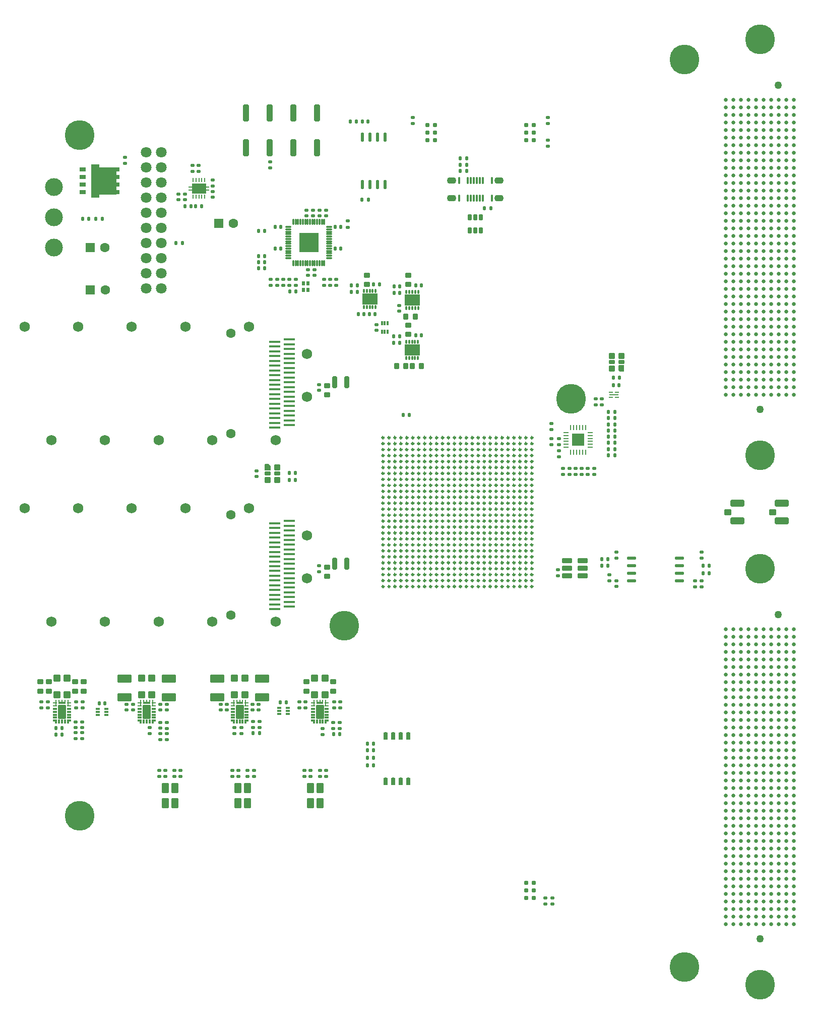
<source format=gts>
G04*
G04 #@! TF.GenerationSoftware,Altium Limited,Altium Designer,24.4.1 (13)*
G04*
G04 Layer_Color=8388736*
%FSLAX26Y26*%
%MOIN*%
G70*
G04*
G04 #@! TF.SameCoordinates,806C1458-AD79-4133-9C90-9D57C0943E59*
G04*
G04*
G04 #@! TF.FilePolarity,Negative*
G04*
G01*
G75*
%ADD70C,0.012400*%
G04:AMPARAMS|DCode=71|XSize=92.52mil|YSize=53.15mil|CornerRadius=3.199mil|HoleSize=0mil|Usage=FLASHONLY|Rotation=270.000|XOffset=0mil|YOffset=0mil|HoleType=Round|Shape=RoundedRectangle|*
%AMROUNDEDRECTD71*
21,1,0.092520,0.046752,0,0,270.0*
21,1,0.086122,0.053150,0,0,270.0*
1,1,0.006398,-0.023376,-0.043061*
1,1,0.006398,-0.023376,0.043061*
1,1,0.006398,0.023376,0.043061*
1,1,0.006398,0.023376,-0.043061*
%
%ADD71ROUNDEDRECTD71*%
%ADD72C,0.031102*%
G04:AMPARAMS|DCode=73|XSize=23.622mil|YSize=9.842mil|CornerRadius=1.23mil|HoleSize=0mil|Usage=FLASHONLY|Rotation=270.000|XOffset=0mil|YOffset=0mil|HoleType=Round|Shape=RoundedRectangle|*
%AMROUNDEDRECTD73*
21,1,0.023622,0.007382,0,0,270.0*
21,1,0.021161,0.009842,0,0,270.0*
1,1,0.002461,-0.003691,-0.010581*
1,1,0.002461,-0.003691,0.010581*
1,1,0.002461,0.003691,0.010581*
1,1,0.002461,0.003691,-0.010581*
%
%ADD73ROUNDEDRECTD73*%
G04:AMPARAMS|DCode=74|XSize=23.622mil|YSize=10.827mil|CornerRadius=1.353mil|HoleSize=0mil|Usage=FLASHONLY|Rotation=0.000|XOffset=0mil|YOffset=0mil|HoleType=Round|Shape=RoundedRectangle|*
%AMROUNDEDRECTD74*
21,1,0.023622,0.008120,0,0,0.0*
21,1,0.020915,0.010827,0,0,0.0*
1,1,0.002707,0.010458,-0.004060*
1,1,0.002707,-0.010458,-0.004060*
1,1,0.002707,-0.010458,0.004060*
1,1,0.002707,0.010458,0.004060*
%
%ADD74ROUNDEDRECTD74*%
G04:AMPARAMS|DCode=75|XSize=23.622mil|YSize=9.842mil|CornerRadius=1.23mil|HoleSize=0mil|Usage=FLASHONLY|Rotation=180.000|XOffset=0mil|YOffset=0mil|HoleType=Round|Shape=RoundedRectangle|*
%AMROUNDEDRECTD75*
21,1,0.023622,0.007382,0,0,180.0*
21,1,0.021161,0.009842,0,0,180.0*
1,1,0.002461,-0.010581,0.003691*
1,1,0.002461,0.010581,0.003691*
1,1,0.002461,0.010581,-0.003691*
1,1,0.002461,-0.010581,-0.003691*
%
%ADD75ROUNDEDRECTD75*%
G04:AMPARAMS|DCode=76|XSize=27.559mil|YSize=13.78mil|CornerRadius=3.199mil|HoleSize=0mil|Usage=FLASHONLY|Rotation=270.000|XOffset=0mil|YOffset=0mil|HoleType=Round|Shape=RoundedRectangle|*
%AMROUNDEDRECTD76*
21,1,0.027559,0.007382,0,0,270.0*
21,1,0.021161,0.013780,0,0,270.0*
1,1,0.006398,-0.003691,-0.010581*
1,1,0.006398,-0.003691,0.010581*
1,1,0.006398,0.003691,0.010581*
1,1,0.006398,0.003691,-0.010581*
%
%ADD76ROUNDEDRECTD76*%
G04:AMPARAMS|DCode=77|XSize=27.559mil|YSize=13.78mil|CornerRadius=3.199mil|HoleSize=0mil|Usage=FLASHONLY|Rotation=180.000|XOffset=0mil|YOffset=0mil|HoleType=Round|Shape=RoundedRectangle|*
%AMROUNDEDRECTD77*
21,1,0.027559,0.007382,0,0,180.0*
21,1,0.021161,0.013780,0,0,180.0*
1,1,0.006398,-0.010581,0.003691*
1,1,0.006398,0.010581,0.003691*
1,1,0.006398,0.010581,-0.003691*
1,1,0.006398,-0.010581,-0.003691*
%
%ADD77ROUNDEDRECTD77*%
G04:AMPARAMS|DCode=78|XSize=23.622mil|YSize=11.811mil|CornerRadius=1.476mil|HoleSize=0mil|Usage=FLASHONLY|Rotation=270.000|XOffset=0mil|YOffset=0mil|HoleType=Round|Shape=RoundedRectangle|*
%AMROUNDEDRECTD78*
21,1,0.023622,0.008858,0,0,270.0*
21,1,0.020669,0.011811,0,0,270.0*
1,1,0.002953,-0.004429,-0.010335*
1,1,0.002953,-0.004429,0.010335*
1,1,0.002953,0.004429,0.010335*
1,1,0.002953,0.004429,-0.010335*
%
%ADD78ROUNDEDRECTD78*%
G04:AMPARAMS|DCode=79|XSize=70.866mil|YSize=102.362mil|CornerRadius=1.772mil|HoleSize=0mil|Usage=FLASHONLY|Rotation=270.000|XOffset=0mil|YOffset=0mil|HoleType=Round|Shape=RoundedRectangle|*
%AMROUNDEDRECTD79*
21,1,0.070866,0.098819,0,0,270.0*
21,1,0.067323,0.102362,0,0,270.0*
1,1,0.003543,-0.049410,-0.033661*
1,1,0.003543,-0.049410,0.033661*
1,1,0.003543,0.049410,0.033661*
1,1,0.003543,0.049410,-0.033661*
%
%ADD79ROUNDEDRECTD79*%
G04:AMPARAMS|DCode=80|XSize=179.528mil|YSize=168.504mil|CornerRadius=1.685mil|HoleSize=0mil|Usage=FLASHONLY|Rotation=270.000|XOffset=0mil|YOffset=0mil|HoleType=Round|Shape=RoundedRectangle|*
%AMROUNDEDRECTD80*
21,1,0.179528,0.165134,0,0,270.0*
21,1,0.176158,0.168504,0,0,270.0*
1,1,0.003370,-0.082567,-0.088079*
1,1,0.003370,-0.082567,0.088079*
1,1,0.003370,0.082567,0.088079*
1,1,0.003370,0.082567,-0.088079*
%
%ADD80ROUNDEDRECTD80*%
G04:AMPARAMS|DCode=81|XSize=38.386mil|YSize=11.811mil|CornerRadius=2.953mil|HoleSize=0mil|Usage=FLASHONLY|Rotation=90.000|XOffset=0mil|YOffset=0mil|HoleType=Round|Shape=RoundedRectangle|*
%AMROUNDEDRECTD81*
21,1,0.038386,0.005906,0,0,90.0*
21,1,0.032480,0.011811,0,0,90.0*
1,1,0.005905,0.002953,0.016240*
1,1,0.005905,0.002953,-0.016240*
1,1,0.005905,-0.002953,-0.016240*
1,1,0.005905,-0.002953,0.016240*
%
%ADD81ROUNDEDRECTD81*%
G04:AMPARAMS|DCode=82|XSize=38.386mil|YSize=11.811mil|CornerRadius=2.953mil|HoleSize=0mil|Usage=FLASHONLY|Rotation=0.000|XOffset=0mil|YOffset=0mil|HoleType=Round|Shape=RoundedRectangle|*
%AMROUNDEDRECTD82*
21,1,0.038386,0.005906,0,0,0.0*
21,1,0.032480,0.011811,0,0,0.0*
1,1,0.005905,0.016240,-0.002953*
1,1,0.005905,-0.016240,-0.002953*
1,1,0.005905,-0.016240,0.002953*
1,1,0.005905,0.016240,0.002953*
%
%ADD82ROUNDEDRECTD82*%
G04:AMPARAMS|DCode=83|XSize=129.921mil|YSize=129.921mil|CornerRadius=3.858mil|HoleSize=0mil|Usage=FLASHONLY|Rotation=270.000|XOffset=0mil|YOffset=0mil|HoleType=Round|Shape=RoundedRectangle|*
%AMROUNDEDRECTD83*
21,1,0.129921,0.122205,0,0,270.0*
21,1,0.122205,0.129921,0,0,270.0*
1,1,0.007717,-0.061102,-0.061102*
1,1,0.007717,-0.061102,0.061102*
1,1,0.007717,0.061102,0.061102*
1,1,0.007717,0.061102,-0.061102*
%
%ADD83ROUNDEDRECTD83*%
G04:AMPARAMS|DCode=84|XSize=82.677mil|YSize=82.677mil|CornerRadius=3.307mil|HoleSize=0mil|Usage=FLASHONLY|Rotation=90.000|XOffset=0mil|YOffset=0mil|HoleType=Round|Shape=RoundedRectangle|*
%AMROUNDEDRECTD84*
21,1,0.082677,0.076063,0,0,90.0*
21,1,0.076063,0.082677,0,0,90.0*
1,1,0.006614,0.038032,0.038032*
1,1,0.006614,0.038032,-0.038032*
1,1,0.006614,-0.038032,-0.038032*
1,1,0.006614,-0.038032,0.038032*
%
%ADD84ROUNDEDRECTD84*%
G04:AMPARAMS|DCode=85|XSize=25.197mil|YSize=21.26mil|CornerRadius=5.315mil|HoleSize=0mil|Usage=FLASHONLY|Rotation=90.000|XOffset=0mil|YOffset=0mil|HoleType=Round|Shape=RoundedRectangle|*
%AMROUNDEDRECTD85*
21,1,0.025197,0.010630,0,0,90.0*
21,1,0.014567,0.021260,0,0,90.0*
1,1,0.010630,0.005315,0.007284*
1,1,0.010630,0.005315,-0.007284*
1,1,0.010630,-0.005315,-0.007284*
1,1,0.010630,-0.005315,0.007284*
%
%ADD85ROUNDEDRECTD85*%
%ADD86C,0.025197*%
G04:AMPARAMS|DCode=87|XSize=24.409mil|YSize=22.047mil|CornerRadius=5.512mil|HoleSize=0mil|Usage=FLASHONLY|Rotation=270.000|XOffset=0mil|YOffset=0mil|HoleType=Round|Shape=RoundedRectangle|*
%AMROUNDEDRECTD87*
21,1,0.024409,0.011024,0,0,270.0*
21,1,0.013386,0.022047,0,0,270.0*
1,1,0.011024,-0.005512,-0.006693*
1,1,0.011024,-0.005512,0.006693*
1,1,0.011024,0.005512,0.006693*
1,1,0.011024,0.005512,-0.006693*
%
%ADD87ROUNDEDRECTD87*%
G04:AMPARAMS|DCode=88|XSize=37.402mil|YSize=35.433mil|CornerRadius=4.429mil|HoleSize=0mil|Usage=FLASHONLY|Rotation=270.000|XOffset=0mil|YOffset=0mil|HoleType=Round|Shape=RoundedRectangle|*
%AMROUNDEDRECTD88*
21,1,0.037402,0.026575,0,0,270.0*
21,1,0.028543,0.035433,0,0,270.0*
1,1,0.008858,-0.013287,-0.014272*
1,1,0.008858,-0.013287,0.014272*
1,1,0.008858,0.013287,0.014272*
1,1,0.008858,0.013287,-0.014272*
%
%ADD88ROUNDEDRECTD88*%
G04:AMPARAMS|DCode=89|XSize=37.402mil|YSize=35.433mil|CornerRadius=4.429mil|HoleSize=0mil|Usage=FLASHONLY|Rotation=0.000|XOffset=0mil|YOffset=0mil|HoleType=Round|Shape=RoundedRectangle|*
%AMROUNDEDRECTD89*
21,1,0.037402,0.026575,0,0,0.0*
21,1,0.028543,0.035433,0,0,0.0*
1,1,0.008858,0.014272,-0.013287*
1,1,0.008858,-0.014272,-0.013287*
1,1,0.008858,-0.014272,0.013287*
1,1,0.008858,0.014272,0.013287*
%
%ADD89ROUNDEDRECTD89*%
G04:AMPARAMS|DCode=90|XSize=24.409mil|YSize=22.047mil|CornerRadius=5.512mil|HoleSize=0mil|Usage=FLASHONLY|Rotation=0.000|XOffset=0mil|YOffset=0mil|HoleType=Round|Shape=RoundedRectangle|*
%AMROUNDEDRECTD90*
21,1,0.024409,0.011024,0,0,0.0*
21,1,0.013386,0.022047,0,0,0.0*
1,1,0.011024,0.006693,-0.005512*
1,1,0.011024,-0.006693,-0.005512*
1,1,0.011024,-0.006693,0.005512*
1,1,0.011024,0.006693,0.005512*
%
%ADD90ROUNDEDRECTD90*%
G04:AMPARAMS|DCode=91|XSize=26.378mil|YSize=11.811mil|CornerRadius=1.476mil|HoleSize=0mil|Usage=FLASHONLY|Rotation=270.000|XOffset=0mil|YOffset=0mil|HoleType=Round|Shape=RoundedRectangle|*
%AMROUNDEDRECTD91*
21,1,0.026378,0.008858,0,0,270.0*
21,1,0.023425,0.011811,0,0,270.0*
1,1,0.002953,-0.004429,-0.011713*
1,1,0.002953,-0.004429,0.011713*
1,1,0.002953,0.004429,0.011713*
1,1,0.002953,0.004429,-0.011713*
%
%ADD91ROUNDEDRECTD91*%
G04:AMPARAMS|DCode=92|XSize=25.197mil|YSize=21.26mil|CornerRadius=5.315mil|HoleSize=0mil|Usage=FLASHONLY|Rotation=180.000|XOffset=0mil|YOffset=0mil|HoleType=Round|Shape=RoundedRectangle|*
%AMROUNDEDRECTD92*
21,1,0.025197,0.010630,0,0,180.0*
21,1,0.014567,0.021260,0,0,180.0*
1,1,0.010630,-0.007284,0.005315*
1,1,0.010630,0.007284,0.005315*
1,1,0.010630,0.007284,-0.005315*
1,1,0.010630,-0.007284,-0.005315*
%
%ADD92ROUNDEDRECTD92*%
G04:AMPARAMS|DCode=93|XSize=26.378mil|YSize=11.811mil|CornerRadius=1.476mil|HoleSize=0mil|Usage=FLASHONLY|Rotation=180.000|XOffset=0mil|YOffset=0mil|HoleType=Round|Shape=RoundedRectangle|*
%AMROUNDEDRECTD93*
21,1,0.026378,0.008858,0,0,180.0*
21,1,0.023425,0.011811,0,0,180.0*
1,1,0.002953,-0.011713,0.004429*
1,1,0.002953,0.011713,0.004429*
1,1,0.002953,0.011713,-0.004429*
1,1,0.002953,-0.011713,-0.004429*
%
%ADD93ROUNDEDRECTD93*%
G04:AMPARAMS|DCode=94|XSize=45.276mil|YSize=47.244mil|CornerRadius=3.396mil|HoleSize=0mil|Usage=FLASHONLY|Rotation=90.000|XOffset=0mil|YOffset=0mil|HoleType=Round|Shape=RoundedRectangle|*
%AMROUNDEDRECTD94*
21,1,0.045276,0.040453,0,0,90.0*
21,1,0.038484,0.047244,0,0,90.0*
1,1,0.006791,0.020226,0.019242*
1,1,0.006791,0.020226,-0.019242*
1,1,0.006791,-0.020226,-0.019242*
1,1,0.006791,-0.020226,0.019242*
%
%ADD94ROUNDEDRECTD94*%
G04:AMPARAMS|DCode=95|XSize=52.165mil|YSize=92.52mil|CornerRadius=4.956mil|HoleSize=0mil|Usage=FLASHONLY|Rotation=90.000|XOffset=0mil|YOffset=0mil|HoleType=Round|Shape=RoundedRectangle|*
%AMROUNDEDRECTD95*
21,1,0.052165,0.082608,0,0,90.0*
21,1,0.042254,0.092520,0,0,90.0*
1,1,0.009911,0.041304,0.021127*
1,1,0.009911,0.041304,-0.021127*
1,1,0.009911,-0.041304,-0.021127*
1,1,0.009911,-0.041304,0.021127*
%
%ADD95ROUNDEDRECTD95*%
G04:AMPARAMS|DCode=96|XSize=29.921mil|YSize=50mil|CornerRadius=7.48mil|HoleSize=0mil|Usage=FLASHONLY|Rotation=0.000|XOffset=0mil|YOffset=0mil|HoleType=Round|Shape=RoundedRectangle|*
%AMROUNDEDRECTD96*
21,1,0.029921,0.035039,0,0,0.0*
21,1,0.014961,0.050000,0,0,0.0*
1,1,0.014961,0.007480,-0.017520*
1,1,0.014961,-0.007480,-0.017520*
1,1,0.014961,-0.007480,0.017520*
1,1,0.014961,0.007480,0.017520*
%
%ADD96ROUNDEDRECTD96*%
G04:AMPARAMS|DCode=97|XSize=66.929mil|YSize=47.244mil|CornerRadius=5.906mil|HoleSize=0mil|Usage=FLASHONLY|Rotation=270.000|XOffset=0mil|YOffset=0mil|HoleType=Round|Shape=RoundedRectangle|*
%AMROUNDEDRECTD97*
21,1,0.066929,0.035433,0,0,270.0*
21,1,0.055118,0.047244,0,0,270.0*
1,1,0.011811,-0.017717,-0.027559*
1,1,0.011811,-0.017717,0.027559*
1,1,0.011811,0.017717,0.027559*
1,1,0.011811,0.017717,-0.027559*
%
%ADD97ROUNDEDRECTD97*%
G04:AMPARAMS|DCode=98|XSize=23.622mil|YSize=19.685mil|CornerRadius=1.476mil|HoleSize=0mil|Usage=FLASHONLY|Rotation=90.000|XOffset=0mil|YOffset=0mil|HoleType=Round|Shape=RoundedRectangle|*
%AMROUNDEDRECTD98*
21,1,0.023622,0.016732,0,0,90.0*
21,1,0.020669,0.019685,0,0,90.0*
1,1,0.002953,0.008366,0.010335*
1,1,0.002953,0.008366,-0.010335*
1,1,0.002953,-0.008366,-0.010335*
1,1,0.002953,-0.008366,0.010335*
%
%ADD98ROUNDEDRECTD98*%
G04:AMPARAMS|DCode=99|XSize=11.811mil|YSize=45.276mil|CornerRadius=1.476mil|HoleSize=0mil|Usage=FLASHONLY|Rotation=0.000|XOffset=0mil|YOffset=0mil|HoleType=Round|Shape=RoundedRectangle|*
%AMROUNDEDRECTD99*
21,1,0.011811,0.042323,0,0,0.0*
21,1,0.008858,0.045276,0,0,0.0*
1,1,0.002953,0.004429,-0.021161*
1,1,0.002953,-0.004429,-0.021161*
1,1,0.002953,-0.004429,0.021161*
1,1,0.002953,0.004429,0.021161*
%
%ADD99ROUNDEDRECTD99*%
G04:AMPARAMS|DCode=100|XSize=27.559mil|YSize=41.339mil|CornerRadius=4.921mil|HoleSize=0mil|Usage=FLASHONLY|Rotation=180.000|XOffset=0mil|YOffset=0mil|HoleType=Round|Shape=RoundedRectangle|*
%AMROUNDEDRECTD100*
21,1,0.027559,0.031496,0,0,180.0*
21,1,0.017716,0.041339,0,0,180.0*
1,1,0.009843,-0.008858,0.015748*
1,1,0.009843,0.008858,0.015748*
1,1,0.009843,0.008858,-0.015748*
1,1,0.009843,-0.008858,-0.015748*
%
%ADD100ROUNDEDRECTD100*%
G04:AMPARAMS|DCode=101|XSize=59.055mil|YSize=19.685mil|CornerRadius=4.921mil|HoleSize=0mil|Usage=FLASHONLY|Rotation=90.000|XOffset=0mil|YOffset=0mil|HoleType=Round|Shape=RoundedRectangle|*
%AMROUNDEDRECTD101*
21,1,0.059055,0.009843,0,0,90.0*
21,1,0.049213,0.019685,0,0,90.0*
1,1,0.009842,0.004921,0.024606*
1,1,0.009842,0.004921,-0.024606*
1,1,0.009842,-0.004921,-0.024606*
1,1,0.009842,-0.004921,0.024606*
%
%ADD101ROUNDEDRECTD101*%
G04:AMPARAMS|DCode=102|XSize=110.236mil|YSize=39.37mil|CornerRadius=4.921mil|HoleSize=0mil|Usage=FLASHONLY|Rotation=90.000|XOffset=0mil|YOffset=0mil|HoleType=Round|Shape=RoundedRectangle|*
%AMROUNDEDRECTD102*
21,1,0.110236,0.029528,0,0,90.0*
21,1,0.100394,0.039370,0,0,90.0*
1,1,0.009842,0.014764,0.050197*
1,1,0.009842,0.014764,-0.050197*
1,1,0.009842,-0.014764,-0.050197*
1,1,0.009842,-0.014764,0.050197*
%
%ADD102ROUNDEDRECTD102*%
G04:AMPARAMS|DCode=103|XSize=9.842mil|YSize=23.622mil|CornerRadius=1.034mil|HoleSize=0mil|Usage=FLASHONLY|Rotation=270.000|XOffset=0mil|YOffset=0mil|HoleType=Round|Shape=RoundedRectangle|*
%AMROUNDEDRECTD103*
21,1,0.009842,0.021555,0,0,270.0*
21,1,0.007776,0.023622,0,0,270.0*
1,1,0.002067,-0.010777,-0.003888*
1,1,0.002067,-0.010777,0.003888*
1,1,0.002067,0.010777,0.003888*
1,1,0.002067,0.010777,-0.003888*
%
%ADD103ROUNDEDRECTD103*%
G04:AMPARAMS|DCode=104|XSize=94.488mil|YSize=64.961mil|CornerRadius=1.299mil|HoleSize=0mil|Usage=FLASHONLY|Rotation=0.000|XOffset=0mil|YOffset=0mil|HoleType=Round|Shape=RoundedRectangle|*
%AMROUNDEDRECTD104*
21,1,0.094488,0.062362,0,0,0.0*
21,1,0.091890,0.064961,0,0,0.0*
1,1,0.002598,0.045945,-0.031181*
1,1,0.002598,-0.045945,-0.031181*
1,1,0.002598,-0.045945,0.031181*
1,1,0.002598,0.045945,0.031181*
%
%ADD104ROUNDEDRECTD104*%
G04:AMPARAMS|DCode=105|XSize=9.449mil|YSize=23.622mil|CornerRadius=0.992mil|HoleSize=0mil|Usage=FLASHONLY|Rotation=0.000|XOffset=0mil|YOffset=0mil|HoleType=Round|Shape=RoundedRectangle|*
%AMROUNDEDRECTD105*
21,1,0.009449,0.021638,0,0,0.0*
21,1,0.007465,0.023622,0,0,0.0*
1,1,0.001984,0.003732,-0.010819*
1,1,0.001984,-0.003732,-0.010819*
1,1,0.001984,-0.003732,0.010819*
1,1,0.001984,0.003732,0.010819*
%
%ADD105ROUNDEDRECTD105*%
G04:AMPARAMS|DCode=106|XSize=29.528mil|YSize=39.37mil|CornerRadius=2.362mil|HoleSize=0mil|Usage=FLASHONLY|Rotation=270.000|XOffset=0mil|YOffset=0mil|HoleType=Round|Shape=RoundedRectangle|*
%AMROUNDEDRECTD106*
21,1,0.029528,0.034646,0,0,270.0*
21,1,0.024803,0.039370,0,0,270.0*
1,1,0.004724,-0.017323,-0.012402*
1,1,0.004724,-0.017323,0.012402*
1,1,0.004724,0.017323,0.012402*
1,1,0.004724,0.017323,-0.012402*
%
%ADD106ROUNDEDRECTD106*%
G04:AMPARAMS|DCode=107|XSize=218.504mil|YSize=55.118mil|CornerRadius=1.654mil|HoleSize=0mil|Usage=FLASHONLY|Rotation=270.000|XOffset=0mil|YOffset=0mil|HoleType=Round|Shape=RoundedRectangle|*
%AMROUNDEDRECTD107*
21,1,0.218504,0.051811,0,0,270.0*
21,1,0.215197,0.055118,0,0,270.0*
1,1,0.003307,-0.025906,-0.107599*
1,1,0.003307,-0.025906,0.107599*
1,1,0.003307,0.025906,0.107599*
1,1,0.003307,0.025906,-0.107599*
%
%ADD107ROUNDEDRECTD107*%
G04:AMPARAMS|DCode=108|XSize=29.528mil|YSize=29.921mil|CornerRadius=2.362mil|HoleSize=0mil|Usage=FLASHONLY|Rotation=270.000|XOffset=0mil|YOffset=0mil|HoleType=Round|Shape=RoundedRectangle|*
%AMROUNDEDRECTD108*
21,1,0.029528,0.025197,0,0,270.0*
21,1,0.024803,0.029921,0,0,270.0*
1,1,0.004724,-0.012598,-0.012402*
1,1,0.004724,-0.012598,0.012402*
1,1,0.004724,0.012598,0.012402*
1,1,0.004724,0.012598,-0.012402*
%
%ADD108ROUNDEDRECTD108*%
G04:AMPARAMS|DCode=109|XSize=31.496mil|YSize=78.74mil|CornerRadius=7.874mil|HoleSize=0mil|Usage=FLASHONLY|Rotation=0.000|XOffset=0mil|YOffset=0mil|HoleType=Round|Shape=RoundedRectangle|*
%AMROUNDEDRECTD109*
21,1,0.031496,0.062992,0,0,0.0*
21,1,0.015748,0.078740,0,0,0.0*
1,1,0.015748,0.007874,-0.031496*
1,1,0.015748,-0.007874,-0.031496*
1,1,0.015748,-0.007874,0.031496*
1,1,0.015748,0.007874,0.031496*
%
%ADD109ROUNDEDRECTD109*%
G04:AMPARAMS|DCode=110|XSize=27.559mil|YSize=37.402mil|CornerRadius=4.331mil|HoleSize=0mil|Usage=FLASHONLY|Rotation=270.000|XOffset=0mil|YOffset=0mil|HoleType=Round|Shape=RoundedRectangle|*
%AMROUNDEDRECTD110*
21,1,0.027559,0.028740,0,0,270.0*
21,1,0.018898,0.037402,0,0,270.0*
1,1,0.008661,-0.014370,-0.009449*
1,1,0.008661,-0.014370,0.009449*
1,1,0.008661,0.014370,0.009449*
1,1,0.008661,0.014370,-0.009449*
%
%ADD110ROUNDEDRECTD110*%
G04:AMPARAMS|DCode=111|XSize=43.307mil|YSize=37.402mil|CornerRadius=5.315mil|HoleSize=0mil|Usage=FLASHONLY|Rotation=270.000|XOffset=0mil|YOffset=0mil|HoleType=Round|Shape=RoundedRectangle|*
%AMROUNDEDRECTD111*
21,1,0.043307,0.026772,0,0,270.0*
21,1,0.032677,0.037402,0,0,270.0*
1,1,0.010630,-0.013386,-0.016339*
1,1,0.010630,-0.013386,0.016339*
1,1,0.010630,0.013386,0.016339*
1,1,0.010630,0.013386,-0.016339*
%
%ADD111ROUNDEDRECTD111*%
%ADD112R,0.074803X0.017716*%
G04:AMPARAMS|DCode=113|XSize=59.055mil|YSize=19.685mil|CornerRadius=4.921mil|HoleSize=0mil|Usage=FLASHONLY|Rotation=180.000|XOffset=0mil|YOffset=0mil|HoleType=Round|Shape=RoundedRectangle|*
%AMROUNDEDRECTD113*
21,1,0.059055,0.009843,0,0,180.0*
21,1,0.049213,0.019685,0,0,180.0*
1,1,0.009842,-0.024606,0.004921*
1,1,0.009842,0.024606,0.004921*
1,1,0.009842,0.024606,-0.004921*
1,1,0.009842,-0.024606,-0.004921*
%
%ADD113ROUNDEDRECTD113*%
G04:AMPARAMS|DCode=114|XSize=66.929mil|YSize=31.496mil|CornerRadius=2.362mil|HoleSize=0mil|Usage=FLASHONLY|Rotation=180.000|XOffset=0mil|YOffset=0mil|HoleType=Round|Shape=RoundedRectangle|*
%AMROUNDEDRECTD114*
21,1,0.066929,0.026772,0,0,180.0*
21,1,0.062205,0.031496,0,0,180.0*
1,1,0.004724,-0.031102,0.013386*
1,1,0.004724,0.031102,0.013386*
1,1,0.004724,0.031102,-0.013386*
1,1,0.004724,-0.031102,-0.013386*
%
%ADD114ROUNDEDRECTD114*%
G04:AMPARAMS|DCode=115|XSize=43.307mil|YSize=45.276mil|CornerRadius=6.89mil|HoleSize=0mil|Usage=FLASHONLY|Rotation=270.000|XOffset=0mil|YOffset=0mil|HoleType=Round|Shape=RoundedRectangle|*
%AMROUNDEDRECTD115*
21,1,0.043307,0.031496,0,0,270.0*
21,1,0.029528,0.045276,0,0,270.0*
1,1,0.013779,-0.015748,-0.014764*
1,1,0.013779,-0.015748,0.014764*
1,1,0.013779,0.015748,0.014764*
1,1,0.013779,0.015748,-0.014764*
%
%ADD115ROUNDEDRECTD115*%
G04:AMPARAMS|DCode=116|XSize=45.276mil|YSize=90.551mil|CornerRadius=7.136mil|HoleSize=0mil|Usage=FLASHONLY|Rotation=270.000|XOffset=0mil|YOffset=0mil|HoleType=Round|Shape=RoundedRectangle|*
%AMROUNDEDRECTD116*
21,1,0.045276,0.076280,0,0,270.0*
21,1,0.031004,0.090551,0,0,270.0*
1,1,0.014272,-0.038140,-0.015502*
1,1,0.014272,-0.038140,0.015502*
1,1,0.014272,0.038140,0.015502*
1,1,0.014272,0.038140,-0.015502*
%
%ADD116ROUNDEDRECTD116*%
G04:AMPARAMS|DCode=117|XSize=7.874mil|YSize=23.622mil|CornerRadius=0.787mil|HoleSize=0mil|Usage=FLASHONLY|Rotation=90.000|XOffset=0mil|YOffset=0mil|HoleType=Round|Shape=RoundedRectangle|*
%AMROUNDEDRECTD117*
21,1,0.007874,0.022047,0,0,90.0*
21,1,0.006299,0.023622,0,0,90.0*
1,1,0.001575,0.011024,0.003150*
1,1,0.001575,0.011024,-0.003150*
1,1,0.001575,-0.011024,-0.003150*
1,1,0.001575,-0.011024,0.003150*
%
%ADD117ROUNDEDRECTD117*%
G04:AMPARAMS|DCode=118|XSize=7.874mil|YSize=62.992mil|CornerRadius=0.787mil|HoleSize=0mil|Usage=FLASHONLY|Rotation=90.000|XOffset=0mil|YOffset=0mil|HoleType=Round|Shape=RoundedRectangle|*
%AMROUNDEDRECTD118*
21,1,0.007874,0.061417,0,0,90.0*
21,1,0.006299,0.062992,0,0,90.0*
1,1,0.001575,0.030709,0.003150*
1,1,0.001575,0.030709,-0.003150*
1,1,0.001575,-0.030709,-0.003150*
1,1,0.001575,-0.030709,0.003150*
%
%ADD118ROUNDEDRECTD118*%
G04:AMPARAMS|DCode=119|XSize=9.449mil|YSize=35.433mil|CornerRadius=2.362mil|HoleSize=0mil|Usage=FLASHONLY|Rotation=90.000|XOffset=0mil|YOffset=0mil|HoleType=Round|Shape=RoundedRectangle|*
%AMROUNDEDRECTD119*
21,1,0.009449,0.030709,0,0,90.0*
21,1,0.004724,0.035433,0,0,90.0*
1,1,0.004724,0.015354,0.002362*
1,1,0.004724,0.015354,-0.002362*
1,1,0.004724,-0.015354,-0.002362*
1,1,0.004724,-0.015354,0.002362*
%
%ADD119ROUNDEDRECTD119*%
G04:AMPARAMS|DCode=120|XSize=9.449mil|YSize=35.433mil|CornerRadius=2.362mil|HoleSize=0mil|Usage=FLASHONLY|Rotation=180.000|XOffset=0mil|YOffset=0mil|HoleType=Round|Shape=RoundedRectangle|*
%AMROUNDEDRECTD120*
21,1,0.009449,0.030709,0,0,180.0*
21,1,0.004724,0.035433,0,0,180.0*
1,1,0.004724,-0.002362,0.015354*
1,1,0.004724,0.002362,0.015354*
1,1,0.004724,0.002362,-0.015354*
1,1,0.004724,-0.002362,-0.015354*
%
%ADD120ROUNDEDRECTD120*%
%ADD121C,0.050000*%
G04:AMPARAMS|DCode=122|XSize=62.992mil|YSize=43.307mil|CornerRadius=21.654mil|HoleSize=0mil|Usage=FLASHONLY|Rotation=0.000|XOffset=0mil|YOffset=0mil|HoleType=Round|Shape=RoundedRectangle|*
%AMROUNDEDRECTD122*
21,1,0.062992,0.000000,0,0,0.0*
21,1,0.019685,0.043307,0,0,0.0*
1,1,0.043307,0.009843,0.000000*
1,1,0.043307,-0.009843,0.000000*
1,1,0.043307,-0.009843,0.000000*
1,1,0.043307,0.009843,0.000000*
%
%ADD122ROUNDEDRECTD122*%
%ADD123C,0.062992*%
G04:AMPARAMS|DCode=124|XSize=62.992mil|YSize=62.992mil|CornerRadius=7.874mil|HoleSize=0mil|Usage=FLASHONLY|Rotation=0.000|XOffset=0mil|YOffset=0mil|HoleType=Round|Shape=RoundedRectangle|*
%AMROUNDEDRECTD124*
21,1,0.062992,0.047244,0,0,0.0*
21,1,0.047244,0.062992,0,0,0.0*
1,1,0.015748,0.023622,-0.023622*
1,1,0.015748,-0.023622,-0.023622*
1,1,0.015748,-0.023622,0.023622*
1,1,0.015748,0.023622,0.023622*
%
%ADD124ROUNDEDRECTD124*%
%ADD125C,0.070866*%
%ADD126C,0.068898*%
%ADD127C,0.118110*%
%ADD128C,0.196850*%
%ADD129C,0.013780*%
G36*
X6098249Y5971286D02*
X6098620Y5971174D01*
X6099705Y5970724D01*
X6100047Y5970542D01*
X6100347Y5970296D01*
X6101177Y5969465D01*
X6101270Y5969351D01*
X6101423Y5969165D01*
X6101606Y5968823D01*
X6102056Y5967738D01*
X6102168Y5967367D01*
X6102176Y5967291D01*
X6102206Y5966981D01*
Y5966395D01*
X6102207Y5966394D01*
X6102206Y5932929D01*
X6102207Y5932342D01*
Y5932342D01*
Y5932342D01*
X6102196Y5932238D01*
X6102169Y5931956D01*
X6102135Y5931844D01*
X6102056Y5931585D01*
X6101606Y5930500D01*
X6101424Y5930158D01*
X6101178Y5929858D01*
X6100347Y5929027D01*
X6100047Y5928781D01*
X6099705Y5928598D01*
X6098620Y5928149D01*
X6098361Y5928070D01*
X6098249Y5928036D01*
X6097863Y5927998D01*
X6097276Y5927998D01*
X6097275Y5927998D01*
X6076607D01*
X6076606Y5927998D01*
X6076413Y5928017D01*
X6076221Y5928036D01*
X6075936Y5928123D01*
X6075849Y5928149D01*
X6075507Y5928332D01*
X6075208Y5928578D01*
X6065366Y5938420D01*
X6065365Y5938420D01*
X6065119Y5938720D01*
X6064936Y5939062D01*
X6064824Y5939433D01*
X6064786Y5939819D01*
X6064786Y5966393D01*
X6064786Y5966981D01*
Y5966981D01*
Y5966981D01*
X6064806Y5967188D01*
X6064824Y5967367D01*
X6064824Y5967367D01*
Y5967367D01*
X6064908Y5967643D01*
X6064936Y5967738D01*
Y5967738D01*
X6064937Y5967738D01*
X6065386Y5968823D01*
X6065471Y5968983D01*
X6065569Y5969165D01*
X6065771Y5969411D01*
X6065815Y5969465D01*
X6065815D01*
Y5969465D01*
X6066646Y5970296D01*
X6066646Y5970296D01*
X6066646Y5970296D01*
X6066946Y5970542D01*
X6067288Y5970724D01*
X6068373Y5971174D01*
X6068744Y5971286D01*
X6068745D01*
X6068745Y5971286D01*
X6068979Y5971309D01*
X6069130Y5971324D01*
X6069131D01*
X6069131D01*
X6069708Y5971324D01*
X6069717Y5971324D01*
X6097863D01*
X6097863D01*
X6097863D01*
X6098249Y5971286D01*
D02*
G37*
G36*
X3752090Y5317644D02*
X3752283Y5317625D01*
X3752568Y5317539D01*
X3752655Y5317512D01*
X3752996Y5317330D01*
X3753296Y5317084D01*
X3763138Y5307242D01*
X3763139Y5307241D01*
X3763385Y5306941D01*
X3763568Y5306599D01*
X3763680Y5306228D01*
X3763718Y5305842D01*
X3763718Y5279268D01*
X3763718Y5278681D01*
Y5278681D01*
Y5278680D01*
X3763698Y5278473D01*
X3763680Y5278295D01*
X3763680Y5278295D01*
Y5278294D01*
X3763596Y5278019D01*
X3763568Y5277924D01*
Y5277924D01*
X3763567Y5277923D01*
X3763118Y5276838D01*
X3763032Y5276679D01*
X3762935Y5276496D01*
X3762733Y5276250D01*
X3762689Y5276196D01*
X3762689D01*
Y5276196D01*
X3761858Y5275366D01*
X3761858Y5275366D01*
X3761858Y5275366D01*
X3761558Y5275120D01*
X3761216Y5274937D01*
X3760131Y5274488D01*
X3759759Y5274375D01*
X3759759D01*
X3759759Y5274375D01*
X3759525Y5274352D01*
X3759374Y5274337D01*
X3759373D01*
X3759373D01*
X3758795Y5274338D01*
X3758787Y5274337D01*
X3730641D01*
X3730641D01*
X3730641D01*
X3730255Y5274375D01*
X3729884Y5274488D01*
X3728799Y5274937D01*
X3728457Y5275120D01*
X3728157Y5275366D01*
X3727327Y5276197D01*
X3727233Y5276310D01*
X3727081Y5276496D01*
X3726898Y5276838D01*
X3726448Y5277923D01*
X3726336Y5278294D01*
X3726328Y5278370D01*
X3726298Y5278680D01*
Y5279267D01*
X3726297Y5279268D01*
X3726298Y5312732D01*
X3726297Y5313319D01*
Y5313319D01*
Y5313320D01*
X3726308Y5313423D01*
X3726335Y5313705D01*
X3726369Y5313817D01*
X3726448Y5314077D01*
X3726897Y5315162D01*
X3727080Y5315504D01*
X3727326Y5315804D01*
X3728157Y5316634D01*
X3728457Y5316880D01*
X3728799Y5317063D01*
X3729884Y5317513D01*
X3730143Y5317591D01*
X3730255Y5317625D01*
X3730641Y5317663D01*
X3731227Y5317663D01*
X3731228Y5317663D01*
X3751896D01*
X3751898Y5317663D01*
X3752090Y5317644D01*
D02*
G37*
G36*
X5361402Y5244884D02*
X5361583Y5244809D01*
X5361652Y5244740D01*
X5361652Y5244740D01*
X5363740Y5242652D01*
X5363774Y5242618D01*
X5363828Y5242537D01*
X5363865Y5242448D01*
X5363884Y5242352D01*
X5363884Y5242304D01*
X5363884Y5242256D01*
X5363865Y5242160D01*
X5363828Y5242071D01*
X5363774Y5241990D01*
X5363740Y5241956D01*
X5363044Y5241260D01*
X5362975Y5241191D01*
X5362794Y5241116D01*
X5362598Y5241116D01*
X5362417Y5241191D01*
X5362348Y5241260D01*
X5360260Y5243348D01*
X5360191Y5243417D01*
X5360116Y5243598D01*
X5360116Y5243794D01*
X5360191Y5243975D01*
X5360260Y5244044D01*
Y5244044D01*
X5360956Y5244740D01*
X5361025Y5244809D01*
X5361206Y5244884D01*
X5361402Y5244884D01*
D02*
G37*
G36*
X5308794Y5244884D02*
X5308975Y5244809D01*
X5309044Y5244740D01*
X5309740Y5244044D01*
X5309740Y5244044D01*
X5309774Y5244010D01*
X5309828Y5243929D01*
X5309865Y5243839D01*
X5309884Y5243744D01*
X5309884Y5243696D01*
X5309884Y5243647D01*
X5309865Y5243552D01*
X5309828Y5243463D01*
X5309774Y5243382D01*
X5309740Y5243348D01*
X5307652Y5241260D01*
X5307652D01*
X5307583Y5241191D01*
X5307402Y5241116D01*
X5307206Y5241116D01*
X5307025Y5241191D01*
X5306956Y5241260D01*
X5306260Y5241956D01*
Y5241956D01*
X5306191Y5242025D01*
X5306116Y5242206D01*
X5306116Y5242402D01*
X5306191Y5242583D01*
X5306260Y5242652D01*
X5308348Y5244740D01*
X5308417Y5244809D01*
X5308598Y5244884D01*
X5308794Y5244884D01*
D02*
G37*
G36*
X5229743Y4929935D02*
X5229923Y4929860D01*
X5229993Y4929791D01*
X5230689Y4929095D01*
X5230689Y4929095D01*
X5230723Y4929061D01*
X5230777Y4928980D01*
X5230814Y4928891D01*
X5230833Y4928796D01*
X5230833Y4928747D01*
X5230833Y4928699D01*
X5230814Y4928604D01*
X5230777Y4928514D01*
X5230723Y4928433D01*
X5230689Y4928399D01*
X5228601Y4926311D01*
X5228601D01*
X5228532Y4926242D01*
X5228351Y4926167D01*
X5228155Y4926167D01*
X5227974Y4926242D01*
X5227905Y4926311D01*
X5227209Y4927007D01*
Y4927007D01*
X5227140Y4927076D01*
X5227065Y4927257D01*
X5227065Y4927453D01*
X5227140Y4927634D01*
X5227209Y4927703D01*
X5229297Y4929791D01*
X5229366Y4929860D01*
X5229547Y4929935D01*
X5229743Y4929935D01*
D02*
G37*
G36*
X5030794Y4892884D02*
X5030975Y4892809D01*
X5031044Y4892740D01*
X5031740Y4892044D01*
X5031740Y4892044D01*
X5031774Y4892010D01*
X5031828Y4891929D01*
X5031865Y4891839D01*
X5031884Y4891744D01*
X5031884Y4891696D01*
X5031884Y4891647D01*
X5031865Y4891552D01*
X5031828Y4891463D01*
X5031774Y4891382D01*
X5031740Y4891348D01*
X5029652Y4889260D01*
X5029652D01*
X5029583Y4889191D01*
X5029402Y4889116D01*
X5029206Y4889116D01*
X5029025Y4889191D01*
X5028956Y4889260D01*
X5028260Y4889956D01*
Y4889956D01*
X5028191Y4890025D01*
X5028116Y4890206D01*
X5028116Y4890402D01*
X5028191Y4890583D01*
X5028260Y4890652D01*
X5030348Y4892740D01*
X5030417Y4892809D01*
X5030598Y4892884D01*
X5030794Y4892884D01*
D02*
G37*
G36*
X5029402Y4875884D02*
X5029583Y4875809D01*
X5029652Y4875740D01*
X5029652Y4875740D01*
X5031740Y4873652D01*
X5031774Y4873618D01*
X5031828Y4873537D01*
X5031865Y4873448D01*
X5031884Y4873352D01*
X5031884Y4873304D01*
X5031884Y4873256D01*
X5031865Y4873160D01*
X5031828Y4873071D01*
X5031774Y4872990D01*
X5031740Y4872956D01*
X5031044Y4872260D01*
X5030975Y4872191D01*
X5030794Y4872116D01*
X5030598Y4872116D01*
X5030417Y4872191D01*
X5030348Y4872260D01*
X5028260Y4874348D01*
X5028191Y4874417D01*
X5028116Y4874598D01*
X5028116Y4874794D01*
X5028191Y4874975D01*
X5028260Y4875044D01*
Y4875044D01*
X5028956Y4875740D01*
X5029025Y4875809D01*
X5029206Y4875884D01*
X5029402Y4875884D01*
D02*
G37*
G36*
X5188909Y4853338D02*
X5188978Y4853269D01*
X5189674Y4852573D01*
X5189674Y4852573D01*
X5189708Y4852539D01*
X5189762Y4852458D01*
X5189799Y4852368D01*
X5189818Y4852273D01*
Y4852225D01*
X5189818Y4852176D01*
X5189799Y4852081D01*
X5189762Y4851992D01*
X5189708Y4851911D01*
X5189674Y4851877D01*
X5187586Y4849789D01*
X5187586D01*
X5187517Y4849720D01*
X5187336Y4849645D01*
X5187140Y4849645D01*
X5186959Y4849720D01*
X5186890Y4849789D01*
X5186194Y4850485D01*
X5186125Y4850554D01*
X5186050Y4850735D01*
X5186050Y4850931D01*
X5186125Y4851112D01*
X5186194Y4851181D01*
X5188282Y4853269D01*
Y4853269D01*
X5188351Y4853338D01*
X5188532Y4853413D01*
X5188728D01*
X5188909Y4853338D01*
D02*
G37*
G36*
X4914743Y4850935D02*
X4914923Y4850860D01*
X4914993Y4850791D01*
X4915689Y4850095D01*
X4915689Y4850095D01*
X4915723Y4850061D01*
X4915777Y4849980D01*
X4915814Y4849891D01*
X4915833Y4849796D01*
X4915833Y4849747D01*
X4915833Y4849699D01*
X4915814Y4849604D01*
X4915777Y4849514D01*
X4915723Y4849433D01*
X4915689Y4849399D01*
X4913601Y4847311D01*
X4913601D01*
X4913532Y4847242D01*
X4913351Y4847167D01*
X4913155Y4847167D01*
X4912974Y4847242D01*
X4912905Y4847311D01*
X4912209Y4848007D01*
Y4848007D01*
X4912140Y4848076D01*
X4912065Y4848257D01*
X4912065Y4848453D01*
X4912140Y4848634D01*
X4912209Y4848703D01*
X4914297Y4850791D01*
X4914366Y4850860D01*
X4914547Y4850935D01*
X4914743Y4850935D01*
D02*
G37*
G36*
X4875794Y4850884D02*
X4875975Y4850809D01*
X4876044Y4850740D01*
X4876740Y4850044D01*
X4876740Y4850044D01*
X4876774Y4850010D01*
X4876828Y4849929D01*
X4876865Y4849839D01*
X4876884Y4849744D01*
X4876884Y4849696D01*
X4876884Y4849647D01*
X4876865Y4849552D01*
X4876828Y4849463D01*
X4876774Y4849382D01*
X4876740Y4849348D01*
X4874652Y4847260D01*
X4874652D01*
X4874583Y4847191D01*
X4874402Y4847116D01*
X4874206Y4847116D01*
X4874025Y4847191D01*
X4873956Y4847260D01*
X4873260Y4847956D01*
Y4847956D01*
X4873191Y4848025D01*
X4873116Y4848206D01*
X4873116Y4848402D01*
X4873191Y4848583D01*
X4873260Y4848652D01*
X4875348Y4850740D01*
X4875417Y4850809D01*
X4875598Y4850884D01*
X4875794Y4850884D01*
D02*
G37*
D70*
X5143995Y5255905D02*
G03*
X5143995Y5255905I-6200J0D01*
G01*
X5104625D02*
G03*
X5104625Y5255905I-6200J0D01*
G01*
X5183365D02*
G03*
X5183365Y5255905I-6200J0D01*
G01*
X5222735D02*
G03*
X5222735Y5255905I-6200J0D01*
G01*
X5143995Y5295276D02*
G03*
X5143995Y5295276I-6200J0D01*
G01*
X5104625D02*
G03*
X5104625Y5295276I-6200J0D01*
G01*
X5183365D02*
G03*
X5183365Y5295276I-6200J0D01*
G01*
X5222735D02*
G03*
X5222735Y5295276I-6200J0D01*
G01*
X5143995Y5334646D02*
G03*
X5143995Y5334646I-6200J0D01*
G01*
X5104625D02*
G03*
X5104625Y5334646I-6200J0D01*
G01*
X5183365D02*
G03*
X5183365Y5334646I-6200J0D01*
G01*
X5222735D02*
G03*
X5222735Y5334646I-6200J0D01*
G01*
X5143995Y5374016D02*
G03*
X5143995Y5374016I-6200J0D01*
G01*
X5104625D02*
G03*
X5104625Y5374016I-6200J0D01*
G01*
X5183365D02*
G03*
X5183365Y5374016I-6200J0D01*
G01*
X5222735D02*
G03*
X5222735Y5374016I-6200J0D01*
G01*
X5262105Y5255905D02*
G03*
X5262105Y5255905I-6200J0D01*
G01*
Y5295276D02*
G03*
X5262105Y5295276I-6200J0D01*
G01*
Y5334646D02*
G03*
X5262105Y5334646I-6200J0D01*
G01*
Y5374016D02*
G03*
X5262105Y5374016I-6200J0D01*
G01*
X5143995Y5413386D02*
G03*
X5143995Y5413386I-6200J0D01*
G01*
X5104625D02*
G03*
X5104625Y5413386I-6200J0D01*
G01*
X5183365D02*
G03*
X5183365Y5413386I-6200J0D01*
G01*
X5104625Y5452756D02*
G03*
X5104625Y5452756I-6200J0D01*
G01*
X5143995D02*
G03*
X5143995Y5452756I-6200J0D01*
G01*
X5183365D02*
G03*
X5183365Y5452756I-6200J0D01*
G01*
X5104625Y5492126D02*
G03*
X5104625Y5492126I-6200J0D01*
G01*
X5143995D02*
G03*
X5143995Y5492126I-6200J0D01*
G01*
X5183365D02*
G03*
X5183365Y5492126I-6200J0D01*
G01*
X5222735Y5413386D02*
G03*
X5222735Y5413386I-6200J0D01*
G01*
X5262105D02*
G03*
X5262105Y5413386I-6200J0D01*
G01*
X5222735Y5452756D02*
G03*
X5222735Y5452756I-6200J0D01*
G01*
X5262105D02*
G03*
X5262105Y5452756I-6200J0D01*
G01*
X5222735Y5492126D02*
G03*
X5222735Y5492126I-6200J0D01*
G01*
X5262105D02*
G03*
X5262105Y5492126I-6200J0D01*
G01*
X5301476Y5255905D02*
G03*
X5301476Y5255905I-6200J0D01*
G01*
X5340846D02*
G03*
X5340846Y5255905I-6200J0D01*
G01*
X5301476Y5295276D02*
G03*
X5301476Y5295276I-6200J0D01*
G01*
X5340846D02*
G03*
X5340846Y5295276I-6200J0D01*
G01*
Y5334646D02*
G03*
X5340846Y5334646I-6200J0D01*
G01*
X5301476D02*
G03*
X5301476Y5334646I-6200J0D01*
G01*
X5380216Y5255905D02*
G03*
X5380216Y5255905I-6200J0D01*
G01*
X5419586D02*
G03*
X5419586Y5255905I-6200J0D01*
G01*
X5458956D02*
G03*
X5458956Y5255905I-6200J0D01*
G01*
X5380216Y5295276D02*
G03*
X5380216Y5295276I-6200J0D01*
G01*
X5419586D02*
G03*
X5419586Y5295276I-6200J0D01*
G01*
X5458956D02*
G03*
X5458956Y5295276I-6200J0D01*
G01*
X5380216Y5334646D02*
G03*
X5380216Y5334646I-6200J0D01*
G01*
X5458956D02*
G03*
X5458956Y5334646I-6200J0D01*
G01*
X5301476Y5374016D02*
G03*
X5301476Y5374016I-6200J0D01*
G01*
X5340846D02*
G03*
X5340846Y5374016I-6200J0D01*
G01*
X5380216D02*
G03*
X5380216Y5374016I-6200J0D01*
G01*
X5301476Y5413386D02*
G03*
X5301476Y5413386I-6200J0D01*
G01*
X5340846D02*
G03*
X5340846Y5413386I-6200J0D01*
G01*
X5301476Y5452756D02*
G03*
X5301476Y5452756I-6200J0D01*
G01*
X5340846D02*
G03*
X5340846Y5452756I-6200J0D01*
G01*
X5301476Y5492126D02*
G03*
X5301476Y5492126I-6200J0D01*
G01*
X5340846D02*
G03*
X5340846Y5492126I-6200J0D01*
G01*
X5419586Y5334646D02*
G03*
X5419586Y5334646I-6200J0D01*
G01*
Y5374016D02*
G03*
X5419586Y5374016I-6200J0D01*
G01*
X5458956D02*
G03*
X5458956Y5374016I-6200J0D01*
G01*
X5380216Y5413386D02*
G03*
X5380216Y5413386I-6200J0D01*
G01*
X5419586D02*
G03*
X5419586Y5413386I-6200J0D01*
G01*
X5458956D02*
G03*
X5458956Y5413386I-6200J0D01*
G01*
X5380216Y5452756D02*
G03*
X5380216Y5452756I-6200J0D01*
G01*
X5419586D02*
G03*
X5419586Y5452756I-6200J0D01*
G01*
X5458956D02*
G03*
X5458956Y5452756I-6200J0D01*
G01*
X5380216Y5492126D02*
G03*
X5380216Y5492126I-6200J0D01*
G01*
X5419586D02*
G03*
X5419586Y5492126I-6200J0D01*
G01*
X5458956D02*
G03*
X5458956Y5492126I-6200J0D01*
G01*
X5498326Y5255905D02*
G03*
X5498326Y5255905I-6200J0D01*
G01*
Y5295276D02*
G03*
X5498326Y5295276I-6200J0D01*
G01*
Y5334646D02*
G03*
X5498326Y5334646I-6200J0D01*
G01*
Y5374016D02*
G03*
X5498326Y5374016I-6200J0D01*
G01*
Y5413386D02*
G03*
X5498326Y5413386I-6200J0D01*
G01*
Y5452756D02*
G03*
X5498326Y5452756I-6200J0D01*
G01*
Y5492126D02*
G03*
X5498326Y5492126I-6200J0D01*
G01*
X4750294Y5255905D02*
G03*
X4750294Y5255905I-6200J0D01*
G01*
X4789665D02*
G03*
X4789665Y5255905I-6200J0D01*
G01*
X4907775D02*
G03*
X4907775Y5255905I-6200J0D01*
G01*
X5025885D02*
G03*
X5025885Y5255905I-6200J0D01*
G01*
X4514074Y5295276D02*
G03*
X4514074Y5295276I-6200J0D01*
G01*
Y5374016D02*
G03*
X4514074Y5374016I-6200J0D01*
G01*
Y5255905D02*
G03*
X4514074Y5255905I-6200J0D01*
G01*
Y5334646D02*
G03*
X4514074Y5334646I-6200J0D01*
G01*
Y5413386D02*
G03*
X4514074Y5413386I-6200J0D01*
G01*
Y5452756D02*
G03*
X4514074Y5452756I-6200J0D01*
G01*
X4553444Y5334646D02*
G03*
X4553444Y5334646I-6200J0D01*
G01*
Y5255905D02*
G03*
X4553444Y5255905I-6200J0D01*
G01*
Y5374016D02*
G03*
X4553444Y5374016I-6200J0D01*
G01*
Y5295276D02*
G03*
X4553444Y5295276I-6200J0D01*
G01*
Y5452756D02*
G03*
X4553444Y5452756I-6200J0D01*
G01*
X4514074Y5492126D02*
G03*
X4514074Y5492126I-6200J0D01*
G01*
X4553444D02*
G03*
X4553444Y5492126I-6200J0D01*
G01*
Y5413386D02*
G03*
X4553444Y5413386I-6200J0D01*
G01*
X4592814Y5295276D02*
G03*
X4592814Y5295276I-6200J0D01*
G01*
Y5334646D02*
G03*
X4592814Y5334646I-6200J0D01*
G01*
Y5255905D02*
G03*
X4592814Y5255905I-6200J0D01*
G01*
Y5374016D02*
G03*
X4592814Y5374016I-6200J0D01*
G01*
Y5413386D02*
G03*
X4592814Y5413386I-6200J0D01*
G01*
Y5452756D02*
G03*
X4592814Y5452756I-6200J0D01*
G01*
X4632184Y5255905D02*
G03*
X4632184Y5255905I-6200J0D01*
G01*
Y5334646D02*
G03*
X4632184Y5334646I-6200J0D01*
G01*
Y5295276D02*
G03*
X4632184Y5295276I-6200J0D01*
G01*
Y5374016D02*
G03*
X4632184Y5374016I-6200J0D01*
G01*
Y5413386D02*
G03*
X4632184Y5413386I-6200J0D01*
G01*
Y5452756D02*
G03*
X4632184Y5452756I-6200J0D01*
G01*
X4592814Y5492126D02*
G03*
X4592814Y5492126I-6200J0D01*
G01*
X4632184D02*
G03*
X4632184Y5492126I-6200J0D01*
G01*
X4671554Y5295276D02*
G03*
X4671554Y5295276I-6200J0D01*
G01*
Y5255905D02*
G03*
X4671554Y5255905I-6200J0D01*
G01*
Y5334646D02*
G03*
X4671554Y5334646I-6200J0D01*
G01*
X4710924Y5295276D02*
G03*
X4710924Y5295276I-6200J0D01*
G01*
Y5255905D02*
G03*
X4710924Y5255905I-6200J0D01*
G01*
Y5334646D02*
G03*
X4710924Y5334646I-6200J0D01*
G01*
X4750294Y5295276D02*
G03*
X4750294Y5295276I-6200J0D01*
G01*
Y5334646D02*
G03*
X4750294Y5334646I-6200J0D01*
G01*
X4789665Y5295276D02*
G03*
X4789665Y5295276I-6200J0D01*
G01*
Y5334646D02*
G03*
X4789665Y5334646I-6200J0D01*
G01*
X4829035Y5255905D02*
G03*
X4829035Y5255905I-6200J0D01*
G01*
Y5295276D02*
G03*
X4829035Y5295276I-6200J0D01*
G01*
Y5334646D02*
G03*
X4829035Y5334646I-6200J0D01*
G01*
X4868405Y5295276D02*
G03*
X4868405Y5295276I-6200J0D01*
G01*
Y5255905D02*
G03*
X4868405Y5255905I-6200J0D01*
G01*
Y5334646D02*
G03*
X4868405Y5334646I-6200J0D01*
G01*
X4671554Y5374016D02*
G03*
X4671554Y5374016I-6200J0D01*
G01*
Y5452756D02*
G03*
X4671554Y5452756I-6200J0D01*
G01*
Y5413386D02*
G03*
X4671554Y5413386I-6200J0D01*
G01*
X4710924D02*
G03*
X4710924Y5413386I-6200J0D01*
G01*
Y5374016D02*
G03*
X4710924Y5374016I-6200J0D01*
G01*
X4750294D02*
G03*
X4750294Y5374016I-6200J0D01*
G01*
Y5413386D02*
G03*
X4750294Y5413386I-6200J0D01*
G01*
Y5452756D02*
G03*
X4750294Y5452756I-6200J0D01*
G01*
X4789665Y5413386D02*
G03*
X4789665Y5413386I-6200J0D01*
G01*
Y5374016D02*
G03*
X4789665Y5374016I-6200J0D01*
G01*
X4829035D02*
G03*
X4829035Y5374016I-6200J0D01*
G01*
Y5413386D02*
G03*
X4829035Y5413386I-6200J0D01*
G01*
Y5452756D02*
G03*
X4829035Y5452756I-6200J0D01*
G01*
X4868405Y5413386D02*
G03*
X4868405Y5413386I-6200J0D01*
G01*
Y5374016D02*
G03*
X4868405Y5374016I-6200J0D01*
G01*
X4907775Y5295276D02*
G03*
X4907775Y5295276I-6200J0D01*
G01*
Y5334646D02*
G03*
X4907775Y5334646I-6200J0D01*
G01*
X4947145Y5255905D02*
G03*
X4947145Y5255905I-6200J0D01*
G01*
Y5295276D02*
G03*
X4947145Y5295276I-6200J0D01*
G01*
Y5334646D02*
G03*
X4947145Y5334646I-6200J0D01*
G01*
Y5374016D02*
G03*
X4947145Y5374016I-6200J0D01*
G01*
X4986515Y5295276D02*
G03*
X4986515Y5295276I-6200J0D01*
G01*
Y5255905D02*
G03*
X4986515Y5255905I-6200J0D01*
G01*
Y5334646D02*
G03*
X4986515Y5334646I-6200J0D01*
G01*
X5025885Y5295276D02*
G03*
X5025885Y5295276I-6200J0D01*
G01*
Y5334646D02*
G03*
X5025885Y5334646I-6200J0D01*
G01*
X5065255D02*
G03*
X5065255Y5334646I-6200J0D01*
G01*
Y5295276D02*
G03*
X5065255Y5295276I-6200J0D01*
G01*
Y5255905D02*
G03*
X5065255Y5255905I-6200J0D01*
G01*
X4907775Y5374016D02*
G03*
X4907775Y5374016I-6200J0D01*
G01*
Y5413386D02*
G03*
X4907775Y5413386I-6200J0D01*
G01*
Y5452756D02*
G03*
X4907775Y5452756I-6200J0D01*
G01*
X4947145Y5413386D02*
G03*
X4947145Y5413386I-6200J0D01*
G01*
X4986515Y5374016D02*
G03*
X4986515Y5374016I-6200J0D01*
G01*
Y5413386D02*
G03*
X4986515Y5413386I-6200J0D01*
G01*
X5025885Y5374016D02*
G03*
X5025885Y5374016I-6200J0D01*
G01*
Y5452756D02*
G03*
X5025885Y5452756I-6200J0D01*
G01*
Y5413386D02*
G03*
X5025885Y5413386I-6200J0D01*
G01*
X5065255Y5374016D02*
G03*
X5065255Y5374016I-6200J0D01*
G01*
Y5413386D02*
G03*
X5065255Y5413386I-6200J0D01*
G01*
X4671554Y5492126D02*
G03*
X4671554Y5492126I-6200J0D01*
G01*
X4710924Y5452756D02*
G03*
X4710924Y5452756I-6200J0D01*
G01*
Y5492126D02*
G03*
X4710924Y5492126I-6200J0D01*
G01*
X4750294D02*
G03*
X4750294Y5492126I-6200J0D01*
G01*
X4789665Y5452756D02*
G03*
X4789665Y5452756I-6200J0D01*
G01*
Y5492126D02*
G03*
X4789665Y5492126I-6200J0D01*
G01*
X4829035D02*
G03*
X4829035Y5492126I-6200J0D01*
G01*
X4868405Y5452756D02*
G03*
X4868405Y5452756I-6200J0D01*
G01*
Y5492126D02*
G03*
X4868405Y5492126I-6200J0D01*
G01*
X4907775D02*
G03*
X4907775Y5492126I-6200J0D01*
G01*
X4947145Y5452756D02*
G03*
X4947145Y5452756I-6200J0D01*
G01*
Y5492126D02*
G03*
X4947145Y5492126I-6200J0D01*
G01*
X4986515Y5452756D02*
G03*
X4986515Y5452756I-6200J0D01*
G01*
Y5492126D02*
G03*
X4986515Y5492126I-6200J0D01*
G01*
X5025885D02*
G03*
X5025885Y5492126I-6200J0D01*
G01*
X5065255Y5452756D02*
G03*
X5065255Y5452756I-6200J0D01*
G01*
Y5492126D02*
G03*
X5065255Y5492126I-6200J0D01*
G01*
X5262105Y4507874D02*
G03*
X5262105Y4507874I-6200J0D01*
G01*
X5301476D02*
G03*
X5301476Y4507874I-6200J0D01*
G01*
X5380216D02*
G03*
X5380216Y4507874I-6200J0D01*
G01*
X5419586D02*
G03*
X5419586Y4507874I-6200J0D01*
G01*
X5458956D02*
G03*
X5458956Y4507874I-6200J0D01*
G01*
X5498326D02*
G03*
X5498326Y4507874I-6200J0D01*
G01*
X5340846D02*
G03*
X5340846Y4507874I-6200J0D01*
G01*
Y4547244D02*
G03*
X5340846Y4547244I-6200J0D01*
G01*
X5380216D02*
G03*
X5380216Y4547244I-6200J0D01*
G01*
X5498326D02*
G03*
X5498326Y4547244I-6200J0D01*
G01*
X5262105D02*
G03*
X5262105Y4547244I-6200J0D01*
G01*
Y4586614D02*
G03*
X5262105Y4586614I-6200J0D01*
G01*
X5301476Y4547244D02*
G03*
X5301476Y4547244I-6200J0D01*
G01*
Y4586614D02*
G03*
X5301476Y4586614I-6200J0D01*
G01*
X5340846D02*
G03*
X5340846Y4586614I-6200J0D01*
G01*
X5380216D02*
G03*
X5380216Y4586614I-6200J0D01*
G01*
X5419586Y4547244D02*
G03*
X5419586Y4547244I-6200J0D01*
G01*
Y4586614D02*
G03*
X5419586Y4586614I-6200J0D01*
G01*
X5458956Y4547244D02*
G03*
X5458956Y4547244I-6200J0D01*
G01*
Y4586614D02*
G03*
X5458956Y4586614I-6200J0D01*
G01*
X5262105Y4625984D02*
G03*
X5262105Y4625984I-6200J0D01*
G01*
Y4665354D02*
G03*
X5262105Y4665354I-6200J0D01*
G01*
X5301476Y4625984D02*
G03*
X5301476Y4625984I-6200J0D01*
G01*
Y4665354D02*
G03*
X5301476Y4665354I-6200J0D01*
G01*
X5340846Y4625984D02*
G03*
X5340846Y4625984I-6200J0D01*
G01*
Y4665354D02*
G03*
X5340846Y4665354I-6200J0D01*
G01*
X5380216Y4625984D02*
G03*
X5380216Y4625984I-6200J0D01*
G01*
Y4665354D02*
G03*
X5380216Y4665354I-6200J0D01*
G01*
X5419586Y4625984D02*
G03*
X5419586Y4625984I-6200J0D01*
G01*
Y4665354D02*
G03*
X5419586Y4665354I-6200J0D01*
G01*
X5458956Y4625984D02*
G03*
X5458956Y4625984I-6200J0D01*
G01*
Y4665354D02*
G03*
X5458956Y4665354I-6200J0D01*
G01*
Y4704724D02*
G03*
X5458956Y4704724I-6200J0D01*
G01*
X5498326Y4586614D02*
G03*
X5498326Y4586614I-6200J0D01*
G01*
Y4704724D02*
G03*
X5498326Y4704724I-6200J0D01*
G01*
Y4625984D02*
G03*
X5498326Y4625984I-6200J0D01*
G01*
Y4665354D02*
G03*
X5498326Y4665354I-6200J0D01*
G01*
X5262105Y4744095D02*
G03*
X5262105Y4744095I-6200J0D01*
G01*
Y4704724D02*
G03*
X5262105Y4704724I-6200J0D01*
G01*
Y4783465D02*
G03*
X5262105Y4783465I-6200J0D01*
G01*
X5301476Y4704724D02*
G03*
X5301476Y4704724I-6200J0D01*
G01*
Y4744095D02*
G03*
X5301476Y4744095I-6200J0D01*
G01*
Y4783465D02*
G03*
X5301476Y4783465I-6200J0D01*
G01*
X5340846Y4744095D02*
G03*
X5340846Y4744095I-6200J0D01*
G01*
Y4704724D02*
G03*
X5340846Y4704724I-6200J0D01*
G01*
Y4783465D02*
G03*
X5340846Y4783465I-6200J0D01*
G01*
X5380216Y4704724D02*
G03*
X5380216Y4704724I-6200J0D01*
G01*
Y4783465D02*
G03*
X5380216Y4783465I-6200J0D01*
G01*
X5262105Y4822835D02*
G03*
X5262105Y4822835I-6200J0D01*
G01*
X5301476D02*
G03*
X5301476Y4822835I-6200J0D01*
G01*
X5340846D02*
G03*
X5340846Y4822835I-6200J0D01*
G01*
X5380216Y4744095D02*
G03*
X5380216Y4744095I-6200J0D01*
G01*
X5419586Y4704724D02*
G03*
X5419586Y4704724I-6200J0D01*
G01*
Y4744095D02*
G03*
X5419586Y4744095I-6200J0D01*
G01*
Y4783465D02*
G03*
X5419586Y4783465I-6200J0D01*
G01*
X5458956Y4744095D02*
G03*
X5458956Y4744095I-6200J0D01*
G01*
Y4783465D02*
G03*
X5458956Y4783465I-6200J0D01*
G01*
X5498326Y4744095D02*
G03*
X5498326Y4744095I-6200J0D01*
G01*
Y4783465D02*
G03*
X5498326Y4783465I-6200J0D01*
G01*
X5380216Y4822835D02*
G03*
X5380216Y4822835I-6200J0D01*
G01*
X5419586D02*
G03*
X5419586Y4822835I-6200J0D01*
G01*
X5458956D02*
G03*
X5458956Y4822835I-6200J0D01*
G01*
X5498326D02*
G03*
X5498326Y4822835I-6200J0D01*
G01*
X5262105Y4862205D02*
G03*
X5262105Y4862205I-6200J0D01*
G01*
X5301476D02*
G03*
X5301476Y4862205I-6200J0D01*
G01*
X5262105Y4901575D02*
G03*
X5262105Y4901575I-6200J0D01*
G01*
X5301476D02*
G03*
X5301476Y4901575I-6200J0D01*
G01*
X5262105Y4940945D02*
G03*
X5262105Y4940945I-6200J0D01*
G01*
Y4980315D02*
G03*
X5262105Y4980315I-6200J0D01*
G01*
Y5019685D02*
G03*
X5262105Y5019685I-6200J0D01*
G01*
Y5059055D02*
G03*
X5262105Y5059055I-6200J0D01*
G01*
Y5098425D02*
G03*
X5262105Y5098425I-6200J0D01*
G01*
Y5137795D02*
G03*
X5262105Y5137795I-6200J0D01*
G01*
Y5177165D02*
G03*
X5262105Y5177165I-6200J0D01*
G01*
Y5216535D02*
G03*
X5262105Y5216535I-6200J0D01*
G01*
X5340846Y4862205D02*
G03*
X5340846Y4862205I-6200J0D01*
G01*
X5380216D02*
G03*
X5380216Y4862205I-6200J0D01*
G01*
X5340846Y4901575D02*
G03*
X5340846Y4901575I-6200J0D01*
G01*
X5380216D02*
G03*
X5380216Y4901575I-6200J0D01*
G01*
X5340846Y4940945D02*
G03*
X5340846Y4940945I-6200J0D01*
G01*
X5301476D02*
G03*
X5301476Y4940945I-6200J0D01*
G01*
X5380216D02*
G03*
X5380216Y4940945I-6200J0D01*
G01*
X5301476Y4980315D02*
G03*
X5301476Y4980315I-6200J0D01*
G01*
X5340846D02*
G03*
X5340846Y4980315I-6200J0D01*
G01*
X5380216D02*
G03*
X5380216Y4980315I-6200J0D01*
G01*
X5340846Y5019685D02*
G03*
X5340846Y5019685I-6200J0D01*
G01*
X5301476D02*
G03*
X5301476Y5019685I-6200J0D01*
G01*
X5380216D02*
G03*
X5380216Y5019685I-6200J0D01*
G01*
X5340846Y5059055D02*
G03*
X5340846Y5059055I-6200J0D01*
G01*
X5301476D02*
G03*
X5301476Y5059055I-6200J0D01*
G01*
X5380216D02*
G03*
X5380216Y5059055I-6200J0D01*
G01*
X5419586Y4862205D02*
G03*
X5419586Y4862205I-6200J0D01*
G01*
X5458956D02*
G03*
X5458956Y4862205I-6200J0D01*
G01*
X5419586Y4901575D02*
G03*
X5419586Y4901575I-6200J0D01*
G01*
X5458956D02*
G03*
X5458956Y4901575I-6200J0D01*
G01*
X5419586Y4940945D02*
G03*
X5419586Y4940945I-6200J0D01*
G01*
X5458956D02*
G03*
X5458956Y4940945I-6200J0D01*
G01*
X5419586Y4980315D02*
G03*
X5419586Y4980315I-6200J0D01*
G01*
X5458956D02*
G03*
X5458956Y4980315I-6200J0D01*
G01*
X5419586Y5019685D02*
G03*
X5419586Y5019685I-6200J0D01*
G01*
X5458956D02*
G03*
X5458956Y5019685I-6200J0D01*
G01*
X5419586Y5059055D02*
G03*
X5419586Y5059055I-6200J0D01*
G01*
X5458956D02*
G03*
X5458956Y5059055I-6200J0D01*
G01*
X5301476Y5098425D02*
G03*
X5301476Y5098425I-6200J0D01*
G01*
X5380216D02*
G03*
X5380216Y5098425I-6200J0D01*
G01*
X5340846D02*
G03*
X5340846Y5098425I-6200J0D01*
G01*
X5380216Y5137795D02*
G03*
X5380216Y5137795I-6200J0D01*
G01*
X5340846D02*
G03*
X5340846Y5137795I-6200J0D01*
G01*
X5301476D02*
G03*
X5301476Y5137795I-6200J0D01*
G01*
X5380216Y5177165D02*
G03*
X5380216Y5177165I-6200J0D01*
G01*
X5301476D02*
G03*
X5301476Y5177165I-6200J0D01*
G01*
X5340846D02*
G03*
X5340846Y5177165I-6200J0D01*
G01*
X5380216Y5216535D02*
G03*
X5380216Y5216535I-6200J0D01*
G01*
X5301476D02*
G03*
X5301476Y5216535I-6200J0D01*
G01*
X5340846D02*
G03*
X5340846Y5216535I-6200J0D01*
G01*
X5419586Y5098425D02*
G03*
X5419586Y5098425I-6200J0D01*
G01*
X5458956D02*
G03*
X5458956Y5098425I-6200J0D01*
G01*
X5419586Y5137795D02*
G03*
X5419586Y5137795I-6200J0D01*
G01*
X5458956D02*
G03*
X5458956Y5137795I-6200J0D01*
G01*
X5419586Y5177165D02*
G03*
X5419586Y5177165I-6200J0D01*
G01*
X5458956D02*
G03*
X5458956Y5177165I-6200J0D01*
G01*
X5419586Y5216535D02*
G03*
X5419586Y5216535I-6200J0D01*
G01*
X5458956D02*
G03*
X5458956Y5216535I-6200J0D01*
G01*
X5498326Y4901575D02*
G03*
X5498326Y4901575I-6200J0D01*
G01*
Y4940945D02*
G03*
X5498326Y4940945I-6200J0D01*
G01*
Y4980315D02*
G03*
X5498326Y4980315I-6200J0D01*
G01*
Y5098425D02*
G03*
X5498326Y5098425I-6200J0D01*
G01*
Y5137795D02*
G03*
X5498326Y5137795I-6200J0D01*
G01*
Y5177165D02*
G03*
X5498326Y5177165I-6200J0D01*
G01*
Y5216535D02*
G03*
X5498326Y5216535I-6200J0D01*
G01*
Y4862205D02*
G03*
X5498326Y4862205I-6200J0D01*
G01*
Y5019685D02*
G03*
X5498326Y5019685I-6200J0D01*
G01*
Y5059055D02*
G03*
X5498326Y5059055I-6200J0D01*
G01*
X4514074Y4783465D02*
G03*
X4514074Y4783465I-6200J0D01*
G01*
Y4744095D02*
G03*
X4514074Y4744095I-6200J0D01*
G01*
Y4822835D02*
G03*
X4514074Y4822835I-6200J0D01*
G01*
X4553444Y4744095D02*
G03*
X4553444Y4744095I-6200J0D01*
G01*
Y4783465D02*
G03*
X4553444Y4783465I-6200J0D01*
G01*
Y4822835D02*
G03*
X4553444Y4822835I-6200J0D01*
G01*
X4592814Y4744095D02*
G03*
X4592814Y4744095I-6200J0D01*
G01*
Y4822835D02*
G03*
X4592814Y4822835I-6200J0D01*
G01*
Y4783465D02*
G03*
X4592814Y4783465I-6200J0D01*
G01*
X4632184Y4744095D02*
G03*
X4632184Y4744095I-6200J0D01*
G01*
Y4822835D02*
G03*
X4632184Y4822835I-6200J0D01*
G01*
Y4783465D02*
G03*
X4632184Y4783465I-6200J0D01*
G01*
X4671554Y4744095D02*
G03*
X4671554Y4744095I-6200J0D01*
G01*
Y4783465D02*
G03*
X4671554Y4783465I-6200J0D01*
G01*
Y4822835D02*
G03*
X4671554Y4822835I-6200J0D01*
G01*
X4710924Y4507874D02*
G03*
X4710924Y4507874I-6200J0D01*
G01*
X4750294D02*
G03*
X4750294Y4507874I-6200J0D01*
G01*
X4789665D02*
G03*
X4789665Y4507874I-6200J0D01*
G01*
X4829035D02*
G03*
X4829035Y4507874I-6200J0D01*
G01*
X4947145D02*
G03*
X4947145Y4507874I-6200J0D01*
G01*
X5025885D02*
G03*
X5025885Y4507874I-6200J0D01*
G01*
X5065255D02*
G03*
X5065255Y4507874I-6200J0D01*
G01*
X4829035Y4547244D02*
G03*
X4829035Y4547244I-6200J0D01*
G01*
X4868405Y4507874D02*
G03*
X4868405Y4507874I-6200J0D01*
G01*
X4907775D02*
G03*
X4907775Y4507874I-6200J0D01*
G01*
X4986515D02*
G03*
X4986515Y4507874I-6200J0D01*
G01*
X5065255Y4547244D02*
G03*
X5065255Y4547244I-6200J0D01*
G01*
X5104625Y4507874D02*
G03*
X5104625Y4507874I-6200J0D01*
G01*
Y4547244D02*
G03*
X5104625Y4547244I-6200J0D01*
G01*
X5143995Y4507874D02*
G03*
X5143995Y4507874I-6200J0D01*
G01*
X5183365D02*
G03*
X5183365Y4507874I-6200J0D01*
G01*
X5222735D02*
G03*
X5222735Y4507874I-6200J0D01*
G01*
X4710924Y4547244D02*
G03*
X4710924Y4547244I-6200J0D01*
G01*
Y4586614D02*
G03*
X4710924Y4586614I-6200J0D01*
G01*
X4750294Y4547244D02*
G03*
X4750294Y4547244I-6200J0D01*
G01*
Y4586614D02*
G03*
X4750294Y4586614I-6200J0D01*
G01*
Y4625984D02*
G03*
X4750294Y4625984I-6200J0D01*
G01*
X4789665Y4547244D02*
G03*
X4789665Y4547244I-6200J0D01*
G01*
Y4586614D02*
G03*
X4789665Y4586614I-6200J0D01*
G01*
X4829035D02*
G03*
X4829035Y4586614I-6200J0D01*
G01*
X4868405Y4547244D02*
G03*
X4868405Y4547244I-6200J0D01*
G01*
Y4586614D02*
G03*
X4868405Y4586614I-6200J0D01*
G01*
X4907775Y4547244D02*
G03*
X4907775Y4547244I-6200J0D01*
G01*
Y4586614D02*
G03*
X4907775Y4586614I-6200J0D01*
G01*
X4710924Y4625984D02*
G03*
X4710924Y4625984I-6200J0D01*
G01*
Y4665354D02*
G03*
X4710924Y4665354I-6200J0D01*
G01*
X4750294D02*
G03*
X4750294Y4665354I-6200J0D01*
G01*
Y4704724D02*
G03*
X4750294Y4704724I-6200J0D01*
G01*
X4789665Y4625984D02*
G03*
X4789665Y4625984I-6200J0D01*
G01*
Y4665354D02*
G03*
X4789665Y4665354I-6200J0D01*
G01*
Y4704724D02*
G03*
X4789665Y4704724I-6200J0D01*
G01*
X4829035Y4625984D02*
G03*
X4829035Y4625984I-6200J0D01*
G01*
Y4665354D02*
G03*
X4829035Y4665354I-6200J0D01*
G01*
Y4704724D02*
G03*
X4829035Y4704724I-6200J0D01*
G01*
X4868405Y4625984D02*
G03*
X4868405Y4625984I-6200J0D01*
G01*
Y4665354D02*
G03*
X4868405Y4665354I-6200J0D01*
G01*
Y4704724D02*
G03*
X4868405Y4704724I-6200J0D01*
G01*
X4907775Y4625984D02*
G03*
X4907775Y4625984I-6200J0D01*
G01*
Y4665354D02*
G03*
X4907775Y4665354I-6200J0D01*
G01*
Y4704724D02*
G03*
X4907775Y4704724I-6200J0D01*
G01*
X4947145Y4547244D02*
G03*
X4947145Y4547244I-6200J0D01*
G01*
Y4586614D02*
G03*
X4947145Y4586614I-6200J0D01*
G01*
Y4625984D02*
G03*
X4947145Y4625984I-6200J0D01*
G01*
X4986515Y4547244D02*
G03*
X4986515Y4547244I-6200J0D01*
G01*
Y4586614D02*
G03*
X4986515Y4586614I-6200J0D01*
G01*
Y4625984D02*
G03*
X4986515Y4625984I-6200J0D01*
G01*
X5025885Y4547244D02*
G03*
X5025885Y4547244I-6200J0D01*
G01*
Y4586614D02*
G03*
X5025885Y4586614I-6200J0D01*
G01*
Y4625984D02*
G03*
X5025885Y4625984I-6200J0D01*
G01*
X5065255Y4586614D02*
G03*
X5065255Y4586614I-6200J0D01*
G01*
X5104625D02*
G03*
X5104625Y4586614I-6200J0D01*
G01*
X5143995Y4547244D02*
G03*
X5143995Y4547244I-6200J0D01*
G01*
Y4586614D02*
G03*
X5143995Y4586614I-6200J0D01*
G01*
X4947145Y4704724D02*
G03*
X4947145Y4704724I-6200J0D01*
G01*
Y4665354D02*
G03*
X4947145Y4665354I-6200J0D01*
G01*
X4986515Y4704724D02*
G03*
X4986515Y4704724I-6200J0D01*
G01*
Y4665354D02*
G03*
X4986515Y4665354I-6200J0D01*
G01*
X5025885Y4704724D02*
G03*
X5025885Y4704724I-6200J0D01*
G01*
Y4665354D02*
G03*
X5025885Y4665354I-6200J0D01*
G01*
X5065255Y4625984D02*
G03*
X5065255Y4625984I-6200J0D01*
G01*
Y4704724D02*
G03*
X5065255Y4704724I-6200J0D01*
G01*
Y4665354D02*
G03*
X5065255Y4665354I-6200J0D01*
G01*
X5104625Y4625984D02*
G03*
X5104625Y4625984I-6200J0D01*
G01*
Y4704724D02*
G03*
X5104625Y4704724I-6200J0D01*
G01*
Y4665354D02*
G03*
X5104625Y4665354I-6200J0D01*
G01*
X5143995Y4625984D02*
G03*
X5143995Y4625984I-6200J0D01*
G01*
Y4665354D02*
G03*
X5143995Y4665354I-6200J0D01*
G01*
Y4704724D02*
G03*
X5143995Y4704724I-6200J0D01*
G01*
X4710924Y4744095D02*
G03*
X4710924Y4744095I-6200J0D01*
G01*
Y4783465D02*
G03*
X4710924Y4783465I-6200J0D01*
G01*
X4750294Y4744095D02*
G03*
X4750294Y4744095I-6200J0D01*
G01*
Y4783465D02*
G03*
X4750294Y4783465I-6200J0D01*
G01*
Y4822835D02*
G03*
X4750294Y4822835I-6200J0D01*
G01*
X4789665Y4744095D02*
G03*
X4789665Y4744095I-6200J0D01*
G01*
Y4783465D02*
G03*
X4789665Y4783465I-6200J0D01*
G01*
X4829035Y4744095D02*
G03*
X4829035Y4744095I-6200J0D01*
G01*
Y4783465D02*
G03*
X4829035Y4783465I-6200J0D01*
G01*
Y4822835D02*
G03*
X4829035Y4822835I-6200J0D01*
G01*
X4868405Y4744095D02*
G03*
X4868405Y4744095I-6200J0D01*
G01*
Y4783465D02*
G03*
X4868405Y4783465I-6200J0D01*
G01*
X4907775Y4744095D02*
G03*
X4907775Y4744095I-6200J0D01*
G01*
Y4783465D02*
G03*
X4907775Y4783465I-6200J0D01*
G01*
X4710924Y4822835D02*
G03*
X4710924Y4822835I-6200J0D01*
G01*
X4789665D02*
G03*
X4789665Y4822835I-6200J0D01*
G01*
X4868405D02*
G03*
X4868405Y4822835I-6200J0D01*
G01*
X4907775D02*
G03*
X4907775Y4822835I-6200J0D01*
G01*
X4947145Y4744095D02*
G03*
X4947145Y4744095I-6200J0D01*
G01*
Y4783465D02*
G03*
X4947145Y4783465I-6200J0D01*
G01*
X4986515Y4744095D02*
G03*
X4986515Y4744095I-6200J0D01*
G01*
Y4783465D02*
G03*
X4986515Y4783465I-6200J0D01*
G01*
X5025885Y4744095D02*
G03*
X5025885Y4744095I-6200J0D01*
G01*
Y4783465D02*
G03*
X5025885Y4783465I-6200J0D01*
G01*
X5065255Y4744095D02*
G03*
X5065255Y4744095I-6200J0D01*
G01*
Y4783465D02*
G03*
X5065255Y4783465I-6200J0D01*
G01*
X5104625Y4744095D02*
G03*
X5104625Y4744095I-6200J0D01*
G01*
Y4783465D02*
G03*
X5104625Y4783465I-6200J0D01*
G01*
X5143995Y4744095D02*
G03*
X5143995Y4744095I-6200J0D01*
G01*
Y4783465D02*
G03*
X5143995Y4783465I-6200J0D01*
G01*
X5183365Y4744095D02*
G03*
X5183365Y4744095I-6200J0D01*
G01*
X4947145Y4822835D02*
G03*
X4947145Y4822835I-6200J0D01*
G01*
X4986515D02*
G03*
X4986515Y4822835I-6200J0D01*
G01*
X5025885D02*
G03*
X5025885Y4822835I-6200J0D01*
G01*
X5065255D02*
G03*
X5065255Y4822835I-6200J0D01*
G01*
X5104625D02*
G03*
X5104625Y4822835I-6200J0D01*
G01*
X5143995D02*
G03*
X5143995Y4822835I-6200J0D01*
G01*
X5183365D02*
G03*
X5183365Y4822835I-6200J0D01*
G01*
Y4547244D02*
G03*
X5183365Y4547244I-6200J0D01*
G01*
Y4586614D02*
G03*
X5183365Y4586614I-6200J0D01*
G01*
X5222735Y4547244D02*
G03*
X5222735Y4547244I-6200J0D01*
G01*
Y4586614D02*
G03*
X5222735Y4586614I-6200J0D01*
G01*
X5183365Y4625984D02*
G03*
X5183365Y4625984I-6200J0D01*
G01*
Y4665354D02*
G03*
X5183365Y4665354I-6200J0D01*
G01*
X5222735Y4625984D02*
G03*
X5222735Y4625984I-6200J0D01*
G01*
Y4665354D02*
G03*
X5222735Y4665354I-6200J0D01*
G01*
X5183365Y4704724D02*
G03*
X5183365Y4704724I-6200J0D01*
G01*
Y4783465D02*
G03*
X5183365Y4783465I-6200J0D01*
G01*
X5222735Y4744095D02*
G03*
X5222735Y4744095I-6200J0D01*
G01*
Y4704724D02*
G03*
X5222735Y4704724I-6200J0D01*
G01*
Y4783465D02*
G03*
X5222735Y4783465I-6200J0D01*
G01*
Y4822835D02*
G03*
X5222735Y4822835I-6200J0D01*
G01*
X4514074Y4507874D02*
G03*
X4514074Y4507874I-6200J0D01*
G01*
Y4547244D02*
G03*
X4514074Y4547244I-6200J0D01*
G01*
Y4586614D02*
G03*
X4514074Y4586614I-6200J0D01*
G01*
X4553444Y4507874D02*
G03*
X4553444Y4507874I-6200J0D01*
G01*
Y4547244D02*
G03*
X4553444Y4547244I-6200J0D01*
G01*
X4592814Y4507874D02*
G03*
X4592814Y4507874I-6200J0D01*
G01*
X4632184D02*
G03*
X4632184Y4507874I-6200J0D01*
G01*
X4592814Y4547244D02*
G03*
X4592814Y4547244I-6200J0D01*
G01*
X4632184Y4586614D02*
G03*
X4632184Y4586614I-6200J0D01*
G01*
Y4547244D02*
G03*
X4632184Y4547244I-6200J0D01*
G01*
X4671554Y4507874D02*
G03*
X4671554Y4507874I-6200J0D01*
G01*
Y4547244D02*
G03*
X4671554Y4547244I-6200J0D01*
G01*
Y4586614D02*
G03*
X4671554Y4586614I-6200J0D01*
G01*
X4514074Y4665354D02*
G03*
X4514074Y4665354I-6200J0D01*
G01*
Y4625984D02*
G03*
X4514074Y4625984I-6200J0D01*
G01*
Y4704724D02*
G03*
X4514074Y4704724I-6200J0D01*
G01*
X4553444Y4625984D02*
G03*
X4553444Y4625984I-6200J0D01*
G01*
Y4586614D02*
G03*
X4553444Y4586614I-6200J0D01*
G01*
Y4665354D02*
G03*
X4553444Y4665354I-6200J0D01*
G01*
Y4704724D02*
G03*
X4553444Y4704724I-6200J0D01*
G01*
X4592814Y4625984D02*
G03*
X4592814Y4625984I-6200J0D01*
G01*
Y4586614D02*
G03*
X4592814Y4586614I-6200J0D01*
G01*
Y4665354D02*
G03*
X4592814Y4665354I-6200J0D01*
G01*
Y4704724D02*
G03*
X4592814Y4704724I-6200J0D01*
G01*
X4632184Y4625984D02*
G03*
X4632184Y4625984I-6200J0D01*
G01*
Y4665354D02*
G03*
X4632184Y4665354I-6200J0D01*
G01*
Y4704724D02*
G03*
X4632184Y4704724I-6200J0D01*
G01*
X4671554Y4625984D02*
G03*
X4671554Y4625984I-6200J0D01*
G01*
Y4665354D02*
G03*
X4671554Y4665354I-6200J0D01*
G01*
Y4704724D02*
G03*
X4671554Y4704724I-6200J0D01*
G01*
X4710924D02*
G03*
X4710924Y4704724I-6200J0D01*
G01*
X4592814Y4862205D02*
G03*
X4592814Y4862205I-6200J0D01*
G01*
X4671554D02*
G03*
X4671554Y4862205I-6200J0D01*
G01*
X4710924D02*
G03*
X4710924Y4862205I-6200J0D01*
G01*
X4868405D02*
G03*
X4868405Y4862205I-6200J0D01*
G01*
X4514074Y5216535D02*
G03*
X4514074Y5216535I-6200J0D01*
G01*
X4632184Y5177165D02*
G03*
X4632184Y5177165I-6200J0D01*
G01*
Y5216535D02*
G03*
X4632184Y5216535I-6200J0D01*
G01*
X4671554Y5177165D02*
G03*
X4671554Y5177165I-6200J0D01*
G01*
Y5216535D02*
G03*
X4671554Y5216535I-6200J0D01*
G01*
X4710924Y5177165D02*
G03*
X4710924Y5177165I-6200J0D01*
G01*
Y5216535D02*
G03*
X4710924Y5216535I-6200J0D01*
G01*
X4750294Y5177165D02*
G03*
X4750294Y5177165I-6200J0D01*
G01*
Y5216535D02*
G03*
X4750294Y5216535I-6200J0D01*
G01*
X4789665Y5177165D02*
G03*
X4789665Y5177165I-6200J0D01*
G01*
Y5216535D02*
G03*
X4789665Y5216535I-6200J0D01*
G01*
X4671554Y5019685D02*
G03*
X4671554Y5019685I-6200J0D01*
G01*
Y4980315D02*
G03*
X4671554Y4980315I-6200J0D01*
G01*
X4750294Y4940945D02*
G03*
X4750294Y4940945I-6200J0D01*
G01*
X4789665Y4862205D02*
G03*
X4789665Y4862205I-6200J0D01*
G01*
Y4901575D02*
G03*
X4789665Y4901575I-6200J0D01*
G01*
Y4940945D02*
G03*
X4789665Y4940945I-6200J0D01*
G01*
X4514074Y4901575D02*
G03*
X4514074Y4901575I-6200J0D01*
G01*
Y4862205D02*
G03*
X4514074Y4862205I-6200J0D01*
G01*
Y4940945D02*
G03*
X4514074Y4940945I-6200J0D01*
G01*
X4553444Y4901575D02*
G03*
X4553444Y4901575I-6200J0D01*
G01*
Y4862205D02*
G03*
X4553444Y4862205I-6200J0D01*
G01*
X4592814Y4901575D02*
G03*
X4592814Y4901575I-6200J0D01*
G01*
X4632184D02*
G03*
X4632184Y4901575I-6200J0D01*
G01*
Y4862205D02*
G03*
X4632184Y4862205I-6200J0D01*
G01*
X4514074Y4980315D02*
G03*
X4514074Y4980315I-6200J0D01*
G01*
Y5019685D02*
G03*
X4514074Y5019685I-6200J0D01*
G01*
Y5059055D02*
G03*
X4514074Y5059055I-6200J0D01*
G01*
X4553444Y4940945D02*
G03*
X4553444Y4940945I-6200J0D01*
G01*
Y4980315D02*
G03*
X4553444Y4980315I-6200J0D01*
G01*
Y5019685D02*
G03*
X4553444Y5019685I-6200J0D01*
G01*
Y5059055D02*
G03*
X4553444Y5059055I-6200J0D01*
G01*
X4592814Y4940945D02*
G03*
X4592814Y4940945I-6200J0D01*
G01*
Y4980315D02*
G03*
X4592814Y4980315I-6200J0D01*
G01*
Y5019685D02*
G03*
X4592814Y5019685I-6200J0D01*
G01*
X4632184Y4940945D02*
G03*
X4632184Y4940945I-6200J0D01*
G01*
Y4980315D02*
G03*
X4632184Y4980315I-6200J0D01*
G01*
Y5019685D02*
G03*
X4632184Y5019685I-6200J0D01*
G01*
X4671554Y4901575D02*
G03*
X4671554Y4901575I-6200J0D01*
G01*
Y4940945D02*
G03*
X4671554Y4940945I-6200J0D01*
G01*
X4710924Y4901575D02*
G03*
X4710924Y4901575I-6200J0D01*
G01*
Y4940945D02*
G03*
X4710924Y4940945I-6200J0D01*
G01*
X4750294Y4901575D02*
G03*
X4750294Y4901575I-6200J0D01*
G01*
Y4862205D02*
G03*
X4750294Y4862205I-6200J0D01*
G01*
Y5019685D02*
G03*
X4750294Y5019685I-6200J0D01*
G01*
X4789665Y4980315D02*
G03*
X4789665Y4980315I-6200J0D01*
G01*
Y5019685D02*
G03*
X4789665Y5019685I-6200J0D01*
G01*
X4829035D02*
G03*
X4829035Y5019685I-6200J0D01*
G01*
X4514074Y5098425D02*
G03*
X4514074Y5098425I-6200J0D01*
G01*
Y5137795D02*
G03*
X4514074Y5137795I-6200J0D01*
G01*
Y5177165D02*
G03*
X4514074Y5177165I-6200J0D01*
G01*
X4553444Y5098425D02*
G03*
X4553444Y5098425I-6200J0D01*
G01*
Y5137795D02*
G03*
X4553444Y5137795I-6200J0D01*
G01*
Y5177165D02*
G03*
X4553444Y5177165I-6200J0D01*
G01*
X4592814Y5059055D02*
G03*
X4592814Y5059055I-6200J0D01*
G01*
Y5098425D02*
G03*
X4592814Y5098425I-6200J0D01*
G01*
Y5137795D02*
G03*
X4592814Y5137795I-6200J0D01*
G01*
Y5177165D02*
G03*
X4592814Y5177165I-6200J0D01*
G01*
X4553444Y5216535D02*
G03*
X4553444Y5216535I-6200J0D01*
G01*
X4592814D02*
G03*
X4592814Y5216535I-6200J0D01*
G01*
X4632184Y5059055D02*
G03*
X4632184Y5059055I-6200J0D01*
G01*
Y5098425D02*
G03*
X4632184Y5098425I-6200J0D01*
G01*
Y5137795D02*
G03*
X4632184Y5137795I-6200J0D01*
G01*
X4671554Y5098425D02*
G03*
X4671554Y5098425I-6200J0D01*
G01*
Y5059055D02*
G03*
X4671554Y5059055I-6200J0D01*
G01*
Y5137795D02*
G03*
X4671554Y5137795I-6200J0D01*
G01*
X4710924Y5098425D02*
G03*
X4710924Y5098425I-6200J0D01*
G01*
Y5059055D02*
G03*
X4710924Y5059055I-6200J0D01*
G01*
Y5137795D02*
G03*
X4710924Y5137795I-6200J0D01*
G01*
X4750294Y5098425D02*
G03*
X4750294Y5098425I-6200J0D01*
G01*
Y5059055D02*
G03*
X4750294Y5059055I-6200J0D01*
G01*
Y5137795D02*
G03*
X4750294Y5137795I-6200J0D01*
G01*
X4789665Y5098425D02*
G03*
X4789665Y5098425I-6200J0D01*
G01*
Y5059055D02*
G03*
X4789665Y5059055I-6200J0D01*
G01*
Y5137795D02*
G03*
X4789665Y5137795I-6200J0D01*
G01*
X4710924Y5019685D02*
G03*
X4710924Y5019685I-6200J0D01*
G01*
Y4980315D02*
G03*
X4710924Y4980315I-6200J0D01*
G01*
X4750294D02*
G03*
X4750294Y4980315I-6200J0D01*
G01*
X4829035Y4901575D02*
G03*
X4829035Y4901575I-6200J0D01*
G01*
Y4862205D02*
G03*
X4829035Y4862205I-6200J0D01*
G01*
Y4940945D02*
G03*
X4829035Y4940945I-6200J0D01*
G01*
Y4980315D02*
G03*
X4829035Y4980315I-6200J0D01*
G01*
X4868405Y4940945D02*
G03*
X4868405Y4940945I-6200J0D01*
G01*
Y4901575D02*
G03*
X4868405Y4901575I-6200J0D01*
G01*
Y4980315D02*
G03*
X4868405Y4980315I-6200J0D01*
G01*
Y5019685D02*
G03*
X4868405Y5019685I-6200J0D01*
G01*
X4829035Y5059055D02*
G03*
X4829035Y5059055I-6200J0D01*
G01*
Y5098425D02*
G03*
X4829035Y5098425I-6200J0D01*
G01*
X4868405Y5059055D02*
G03*
X4868405Y5059055I-6200J0D01*
G01*
Y5098425D02*
G03*
X4868405Y5098425I-6200J0D01*
G01*
X4829035Y5137795D02*
G03*
X4829035Y5137795I-6200J0D01*
G01*
Y5177165D02*
G03*
X4829035Y5177165I-6200J0D01*
G01*
Y5216535D02*
G03*
X4829035Y5216535I-6200J0D01*
G01*
X4868405Y5137795D02*
G03*
X4868405Y5137795I-6200J0D01*
G01*
Y5216535D02*
G03*
X4868405Y5216535I-6200J0D01*
G01*
Y5177165D02*
G03*
X4868405Y5177165I-6200J0D01*
G01*
X5143995Y4980315D02*
G03*
X5143995Y4980315I-6200J0D01*
G01*
X5222735D02*
G03*
X5222735Y4980315I-6200J0D01*
G01*
X5183365D02*
G03*
X5183365Y4980315I-6200J0D01*
G01*
X5143995Y5019685D02*
G03*
X5143995Y5019685I-6200J0D01*
G01*
X5104625D02*
G03*
X5104625Y5019685I-6200J0D01*
G01*
X5183365D02*
G03*
X5183365Y5019685I-6200J0D01*
G01*
X5143995Y5059055D02*
G03*
X5143995Y5059055I-6200J0D01*
G01*
X5104625D02*
G03*
X5104625Y5059055I-6200J0D01*
G01*
Y5098425D02*
G03*
X5104625Y5098425I-6200J0D01*
G01*
X5143995D02*
G03*
X5143995Y5098425I-6200J0D01*
G01*
Y5137795D02*
G03*
X5143995Y5137795I-6200J0D01*
G01*
X5183365D02*
G03*
X5183365Y5137795I-6200J0D01*
G01*
X5104625Y5177165D02*
G03*
X5104625Y5177165I-6200J0D01*
G01*
X5143995D02*
G03*
X5143995Y5177165I-6200J0D01*
G01*
Y5216535D02*
G03*
X5143995Y5216535I-6200J0D01*
G01*
X5183365D02*
G03*
X5183365Y5216535I-6200J0D01*
G01*
X5222735Y5019685D02*
G03*
X5222735Y5019685I-6200J0D01*
G01*
X5183365Y5059055D02*
G03*
X5183365Y5059055I-6200J0D01*
G01*
X5222735D02*
G03*
X5222735Y5059055I-6200J0D01*
G01*
X5183365Y5098425D02*
G03*
X5183365Y5098425I-6200J0D01*
G01*
X5222735D02*
G03*
X5222735Y5098425I-6200J0D01*
G01*
Y5137795D02*
G03*
X5222735Y5137795I-6200J0D01*
G01*
X5183365Y5177165D02*
G03*
X5183365Y5177165I-6200J0D01*
G01*
X5222735D02*
G03*
X5222735Y5177165I-6200J0D01*
G01*
Y5216535D02*
G03*
X5222735Y5216535I-6200J0D01*
G01*
X4907775Y4980315D02*
G03*
X4907775Y4980315I-6200J0D01*
G01*
Y5019685D02*
G03*
X4907775Y5019685I-6200J0D01*
G01*
X4947145Y4980315D02*
G03*
X4947145Y4980315I-6200J0D01*
G01*
Y5019685D02*
G03*
X4947145Y5019685I-6200J0D01*
G01*
X4986515Y4980315D02*
G03*
X4986515Y4980315I-6200J0D01*
G01*
Y5019685D02*
G03*
X4986515Y5019685I-6200J0D01*
G01*
X5025885D02*
G03*
X5025885Y5019685I-6200J0D01*
G01*
Y4980315D02*
G03*
X5025885Y4980315I-6200J0D01*
G01*
X5065255Y5019685D02*
G03*
X5065255Y5019685I-6200J0D01*
G01*
Y4980315D02*
G03*
X5065255Y4980315I-6200J0D01*
G01*
X5104625D02*
G03*
X5104625Y4980315I-6200J0D01*
G01*
X4907775Y5059055D02*
G03*
X4907775Y5059055I-6200J0D01*
G01*
Y5098425D02*
G03*
X4907775Y5098425I-6200J0D01*
G01*
Y5216535D02*
G03*
X4907775Y5216535I-6200J0D01*
G01*
Y5177165D02*
G03*
X4907775Y5177165I-6200J0D01*
G01*
Y5137795D02*
G03*
X4907775Y5137795I-6200J0D01*
G01*
X4947145D02*
G03*
X4947145Y5137795I-6200J0D01*
G01*
Y5177165D02*
G03*
X4947145Y5177165I-6200J0D01*
G01*
Y5059055D02*
G03*
X4947145Y5059055I-6200J0D01*
G01*
Y5098425D02*
G03*
X4947145Y5098425I-6200J0D01*
G01*
X4986515Y5059055D02*
G03*
X4986515Y5059055I-6200J0D01*
G01*
Y5098425D02*
G03*
X4986515Y5098425I-6200J0D01*
G01*
X5025885Y5059055D02*
G03*
X5025885Y5059055I-6200J0D01*
G01*
Y5098425D02*
G03*
X5025885Y5098425I-6200J0D01*
G01*
X5065255Y5059055D02*
G03*
X5065255Y5059055I-6200J0D01*
G01*
Y5098425D02*
G03*
X5065255Y5098425I-6200J0D01*
G01*
X4947145Y5216535D02*
G03*
X4947145Y5216535I-6200J0D01*
G01*
X4986515Y5137795D02*
G03*
X4986515Y5137795I-6200J0D01*
G01*
Y5216535D02*
G03*
X4986515Y5216535I-6200J0D01*
G01*
Y5177165D02*
G03*
X4986515Y5177165I-6200J0D01*
G01*
X5025885Y5137795D02*
G03*
X5025885Y5137795I-6200J0D01*
G01*
Y5216535D02*
G03*
X5025885Y5216535I-6200J0D01*
G01*
Y5177165D02*
G03*
X5025885Y5177165I-6200J0D01*
G01*
X5065255Y5137795D02*
G03*
X5065255Y5137795I-6200J0D01*
G01*
Y5177165D02*
G03*
X5065255Y5177165I-6200J0D01*
G01*
Y5216535D02*
G03*
X5065255Y5216535I-6200J0D01*
G01*
X5104625Y5137795D02*
G03*
X5104625Y5137795I-6200J0D01*
G01*
Y5216535D02*
G03*
X5104625Y5216535I-6200J0D01*
G01*
Y4901575D02*
G03*
X5104625Y4901575I-6200J0D01*
G01*
X5183365D02*
G03*
X5183365Y4901575I-6200J0D01*
G01*
X5143995D02*
G03*
X5143995Y4901575I-6200J0D01*
G01*
Y4940945D02*
G03*
X5143995Y4940945I-6200J0D01*
G01*
X5183365D02*
G03*
X5183365Y4940945I-6200J0D01*
G01*
X5065255Y4901575D02*
G03*
X5065255Y4901575I-6200J0D01*
G01*
Y4940945D02*
G03*
X5065255Y4940945I-6200J0D01*
G01*
X5104625D02*
G03*
X5104625Y4940945I-6200J0D01*
G01*
X4907775D02*
G03*
X4907775Y4940945I-6200J0D01*
G01*
X4947145D02*
G03*
X4947145Y4940945I-6200J0D01*
G01*
X4986515D02*
G03*
X4986515Y4940945I-6200J0D01*
G01*
X5025885D02*
G03*
X5025885Y4940945I-6200J0D01*
G01*
X4907775Y4901575D02*
G03*
X4907775Y4901575I-6200J0D01*
G01*
X4947145D02*
G03*
X4947145Y4901575I-6200J0D01*
G01*
X4986515D02*
G03*
X4986515Y4901575I-6200J0D01*
G01*
X5025885D02*
G03*
X5025885Y4901575I-6200J0D01*
G01*
X4947145Y4862205D02*
G03*
X4947145Y4862205I-6200J0D01*
G01*
X4986515D02*
G03*
X4986515Y4862205I-6200J0D01*
G01*
X5025885D02*
G03*
X5025885Y4862205I-6200J0D01*
G01*
X4907775D02*
G03*
X4907775Y4862205I-6200J0D01*
G01*
X5065255D02*
G03*
X5065255Y4862205I-6200J0D01*
G01*
X5104625D02*
G03*
X5104625Y4862205I-6200J0D01*
G01*
X5222735Y4901575D02*
G03*
X5222735Y4901575I-6200J0D01*
G01*
X5143995Y4862205D02*
G03*
X5143995Y4862205I-6200J0D01*
G01*
X5183365D02*
G03*
X5183365Y4862205I-6200J0D01*
G01*
X5222735D02*
G03*
X5222735Y4862205I-6200J0D01*
G01*
Y4940945D02*
G03*
X5222735Y4940945I-6200J0D01*
G01*
D71*
X2385000Y3680000D02*
D03*
X4090000D02*
D03*
X2945000D02*
D03*
X3560000D02*
D03*
D72*
X5504005Y7459662D02*
D03*
X5454005D02*
D03*
X5504005Y7509662D02*
D03*
X5454005D02*
D03*
X5504005Y7559662D02*
D03*
X5454005D02*
D03*
X4852076Y7459661D02*
D03*
X4802076D02*
D03*
X4852076Y7509661D02*
D03*
X4802076D02*
D03*
X4852076Y7559661D02*
D03*
X4802076D02*
D03*
X5505000Y2450000D02*
D03*
X5455000D02*
D03*
X5505000Y2500000D02*
D03*
Y2550000D02*
D03*
X5455000D02*
D03*
Y2500000D02*
D03*
D73*
X4050630Y3729213D02*
D03*
X4129370D02*
D03*
X4050630Y3745945D02*
D03*
X4129370D02*
D03*
X4090000D02*
D03*
X4109685D02*
D03*
X4070315D02*
D03*
X2345630Y3729213D02*
D03*
X2424370D02*
D03*
X2345630Y3745945D02*
D03*
X2424370D02*
D03*
X2385000D02*
D03*
X2404685D02*
D03*
X2365315D02*
D03*
X2905630Y3729213D02*
D03*
X2984370D02*
D03*
X2905630Y3745945D02*
D03*
X2984370D02*
D03*
X2945000D02*
D03*
X2964685D02*
D03*
X2925315D02*
D03*
X3520630Y3729213D02*
D03*
X3599370D02*
D03*
X3520630Y3745945D02*
D03*
X3599370D02*
D03*
X3560000D02*
D03*
X3579685D02*
D03*
X3540315D02*
D03*
D74*
X4099842Y3739547D02*
D03*
X4080157D02*
D03*
X2394843D02*
D03*
X2375157D02*
D03*
X2954843D02*
D03*
X2935157D02*
D03*
X3569843D02*
D03*
X3550157D02*
D03*
D75*
X4043740Y3739055D02*
D03*
X4136260Y3719370D02*
D03*
X4043740D02*
D03*
X4136260Y3739055D02*
D03*
X2338740D02*
D03*
X2431260Y3719370D02*
D03*
X2338740D02*
D03*
X2431260Y3739055D02*
D03*
X2898740D02*
D03*
X2991260Y3719370D02*
D03*
X2898740D02*
D03*
X2991260Y3739055D02*
D03*
X3513740D02*
D03*
X3606260Y3719370D02*
D03*
X3513740D02*
D03*
X3606260Y3739055D02*
D03*
D76*
X4050630Y3614055D02*
D03*
X4129370D02*
D03*
X4070315D02*
D03*
X4090000D02*
D03*
X4109685D02*
D03*
X2345630D02*
D03*
X2424370D02*
D03*
X2365315D02*
D03*
X2385000D02*
D03*
X2404685D02*
D03*
X2905630D02*
D03*
X2984370D02*
D03*
X2925315D02*
D03*
X2945000D02*
D03*
X2964685D02*
D03*
X3520630D02*
D03*
X3599370D02*
D03*
X3540315D02*
D03*
X3560000D02*
D03*
X3579685D02*
D03*
D77*
X4043740Y3620945D02*
D03*
Y3699685D02*
D03*
Y3680000D02*
D03*
Y3660315D02*
D03*
Y3640630D02*
D03*
X4136260Y3699685D02*
D03*
Y3680000D02*
D03*
Y3660315D02*
D03*
Y3640630D02*
D03*
Y3620945D02*
D03*
X2338740D02*
D03*
Y3699685D02*
D03*
Y3680000D02*
D03*
Y3660315D02*
D03*
Y3640630D02*
D03*
X2431260Y3699685D02*
D03*
Y3680000D02*
D03*
Y3660315D02*
D03*
Y3640630D02*
D03*
Y3620945D02*
D03*
X2898740D02*
D03*
Y3699685D02*
D03*
Y3680000D02*
D03*
Y3660315D02*
D03*
Y3640630D02*
D03*
X2991260Y3699685D02*
D03*
Y3680000D02*
D03*
Y3660315D02*
D03*
Y3640630D02*
D03*
Y3620945D02*
D03*
X3513740D02*
D03*
Y3699685D02*
D03*
Y3680000D02*
D03*
Y3660315D02*
D03*
Y3640630D02*
D03*
X3606260Y3699685D02*
D03*
Y3680000D02*
D03*
Y3660315D02*
D03*
Y3640630D02*
D03*
Y3620945D02*
D03*
D78*
X4459370Y6463150D02*
D03*
X4420000D02*
D03*
X4439685D02*
D03*
X4400315D02*
D03*
X4380630D02*
D03*
X4459370Y6356850D02*
D03*
X4420000D02*
D03*
X4439685D02*
D03*
X4400315D02*
D03*
X4380630D02*
D03*
X4660630Y6020000D02*
D03*
X4680315D02*
D03*
X4719685D02*
D03*
X4700000D02*
D03*
X4739370D02*
D03*
X4660630Y6126299D02*
D03*
X4680315D02*
D03*
X4719685D02*
D03*
X4700000D02*
D03*
X4739370D02*
D03*
X4661260Y6350000D02*
D03*
X4680945D02*
D03*
X4720315D02*
D03*
X4700630D02*
D03*
X4740000D02*
D03*
X4661260Y6456299D02*
D03*
X4680945D02*
D03*
X4720315D02*
D03*
X4700630D02*
D03*
X4740000D02*
D03*
D79*
X4420000Y6410000D02*
D03*
X4700000Y6073150D02*
D03*
X4700630Y6403150D02*
D03*
D80*
X2660000Y7190000D02*
D03*
D81*
X4103614Y6646665D02*
D03*
X4119362D02*
D03*
Y6917335D02*
D03*
X4103614D02*
D03*
X4087866D02*
D03*
X4072118D02*
D03*
X4056370D02*
D03*
X4040622D02*
D03*
X4024874D02*
D03*
X4009126D02*
D03*
X3993378D02*
D03*
X3977630D02*
D03*
X3961882D02*
D03*
X3946134D02*
D03*
X3930386D02*
D03*
X3914638D02*
D03*
X4087866Y6646665D02*
D03*
X4072118D02*
D03*
X4056370D02*
D03*
X4040622D02*
D03*
X4024874D02*
D03*
X4009126D02*
D03*
X3993378D02*
D03*
X3977630D02*
D03*
X3961882D02*
D03*
X3946134D02*
D03*
X3930386D02*
D03*
X3914638D02*
D03*
D82*
X3881665Y6789874D02*
D03*
Y6805622D02*
D03*
Y6821370D02*
D03*
Y6837118D02*
D03*
Y6852866D02*
D03*
Y6868614D02*
D03*
Y6774126D02*
D03*
Y6758378D02*
D03*
Y6742630D02*
D03*
Y6726882D02*
D03*
Y6711134D02*
D03*
Y6695386D02*
D03*
Y6679638D02*
D03*
Y6884362D02*
D03*
X4152335Y6789874D02*
D03*
Y6805622D02*
D03*
Y6821370D02*
D03*
Y6837118D02*
D03*
Y6852866D02*
D03*
Y6868614D02*
D03*
Y6774126D02*
D03*
Y6758378D02*
D03*
Y6742630D02*
D03*
Y6726882D02*
D03*
Y6711134D02*
D03*
Y6695386D02*
D03*
Y6679638D02*
D03*
Y6884362D02*
D03*
D83*
X4017000Y6782000D02*
D03*
D84*
X5798709Y5477158D02*
D03*
D85*
X3139921Y6780000D02*
D03*
X4181431Y3530919D02*
D03*
X4221588D02*
D03*
X3690079Y3537545D02*
D03*
X3649921D02*
D03*
X4445079Y3470000D02*
D03*
X4404921D02*
D03*
X4445079Y3425000D02*
D03*
X4404921D02*
D03*
X4445079Y3375000D02*
D03*
X4404921D02*
D03*
X4445079Y3325000D02*
D03*
X4404921D02*
D03*
X2345139Y3571269D02*
D03*
X2385297D02*
D03*
Y3530236D02*
D03*
X2345139D02*
D03*
X3726078Y6859595D02*
D03*
X3685921D02*
D03*
X3685921Y6693000D02*
D03*
X3726079D02*
D03*
X3685921Y6651758D02*
D03*
X3726078D02*
D03*
X3685921Y6610484D02*
D03*
X3726079D02*
D03*
X5060079Y7337067D02*
D03*
X5019921D02*
D03*
Y7296034D02*
D03*
X5060079D02*
D03*
Y7255000D02*
D03*
X5019921D02*
D03*
X5179921Y7010000D02*
D03*
X5220079D02*
D03*
X4410079Y7064662D02*
D03*
X4369921D02*
D03*
X3309764Y7021882D02*
D03*
X3269606D02*
D03*
X3239793D02*
D03*
X3199636D02*
D03*
X3180079Y6780000D02*
D03*
X2650079Y6940000D02*
D03*
X2609921D02*
D03*
X2560630D02*
D03*
X2520472D02*
D03*
X4640620Y5643368D02*
D03*
X4680778D02*
D03*
X6624921Y4645000D02*
D03*
X6665079D02*
D03*
X6624921Y4595000D02*
D03*
X6665079D02*
D03*
X5995079Y4690000D02*
D03*
X5954921D02*
D03*
X5995079Y4645000D02*
D03*
X5954921D02*
D03*
X5999921Y5662235D02*
D03*
X6040079D02*
D03*
X5999921Y5621202D02*
D03*
X6040079D02*
D03*
X5999921Y5580168D02*
D03*
X6040079D02*
D03*
X5999876Y5539134D02*
D03*
X6040033D02*
D03*
X5999921Y5498101D02*
D03*
X6040079D02*
D03*
X5999921Y5457067D02*
D03*
X6040079D02*
D03*
X5999921Y5416034D02*
D03*
X6040079D02*
D03*
X5999921Y5375000D02*
D03*
X6040079D02*
D03*
D86*
X7225000Y6875000D02*
D03*
Y6825000D02*
D03*
Y6675000D02*
D03*
Y6625000D02*
D03*
Y6475000D02*
D03*
Y6425000D02*
D03*
Y6275000D02*
D03*
Y6225000D02*
D03*
Y6075000D02*
D03*
Y6025000D02*
D03*
Y5875000D02*
D03*
Y5825000D02*
D03*
X7175000Y7575000D02*
D03*
Y7525000D02*
D03*
Y7375000D02*
D03*
Y7325000D02*
D03*
Y7175000D02*
D03*
Y7125000D02*
D03*
Y6975000D02*
D03*
Y6925000D02*
D03*
X6775000Y5775000D02*
D03*
X6825000D02*
D03*
X6875000D02*
D03*
X6925000D02*
D03*
X6975000D02*
D03*
X7025000D02*
D03*
X7075000D02*
D03*
X7125000D02*
D03*
X7175000D02*
D03*
X7225000D02*
D03*
X6775000Y5825000D02*
D03*
X6825000D02*
D03*
X6875000D02*
D03*
X6925000D02*
D03*
X6975000D02*
D03*
X7025000D02*
D03*
X7075000D02*
D03*
X7125000D02*
D03*
X7175000D02*
D03*
X6775000Y5875000D02*
D03*
X6825000D02*
D03*
X6875000D02*
D03*
X6925000D02*
D03*
X6975000D02*
D03*
X7025000D02*
D03*
X7075000D02*
D03*
X7125000D02*
D03*
X7175000D02*
D03*
X6775000Y5925000D02*
D03*
X6825000D02*
D03*
X6875000D02*
D03*
X6925000D02*
D03*
X6975000D02*
D03*
X7025000D02*
D03*
X7075000D02*
D03*
X7125000D02*
D03*
X7175000D02*
D03*
X7225000D02*
D03*
X6775000Y5975000D02*
D03*
X6825000D02*
D03*
X6875000D02*
D03*
X6925000D02*
D03*
X6975000D02*
D03*
X7025000D02*
D03*
X7075000D02*
D03*
X7125000D02*
D03*
X7175000D02*
D03*
X7225000D02*
D03*
X6775000Y6025000D02*
D03*
X6825000D02*
D03*
X6875000D02*
D03*
X6925000D02*
D03*
X6975000D02*
D03*
X7025000D02*
D03*
X7075000D02*
D03*
X7125000D02*
D03*
X7175000D02*
D03*
X6775000Y6075000D02*
D03*
X6825000D02*
D03*
X6875000D02*
D03*
X6925000D02*
D03*
X6975000D02*
D03*
X7025000D02*
D03*
X7075000D02*
D03*
X7125000D02*
D03*
X7175000D02*
D03*
X6775000Y6125000D02*
D03*
X6825000D02*
D03*
X6875000D02*
D03*
X6925000D02*
D03*
X6975000D02*
D03*
X7025000D02*
D03*
X7075000D02*
D03*
X7125000D02*
D03*
X7175000D02*
D03*
X7225000D02*
D03*
X6775000Y6175000D02*
D03*
X6825000D02*
D03*
X6875000D02*
D03*
X6925000D02*
D03*
X6975000D02*
D03*
X7025000D02*
D03*
X7075000D02*
D03*
X7125000D02*
D03*
X7175000D02*
D03*
X7225000D02*
D03*
X6775000Y6225000D02*
D03*
X6825000D02*
D03*
X6875000D02*
D03*
X6925000D02*
D03*
X6975000D02*
D03*
X7025000D02*
D03*
X7075000D02*
D03*
X7125000D02*
D03*
X7175000D02*
D03*
X6775000Y6275000D02*
D03*
X6825000D02*
D03*
X6875000D02*
D03*
X6925000D02*
D03*
X6975000D02*
D03*
X7025000D02*
D03*
X7075000D02*
D03*
X7125000D02*
D03*
X7175000D02*
D03*
X6775000Y6325000D02*
D03*
X6825000D02*
D03*
X6875000D02*
D03*
X6925000D02*
D03*
X6975000D02*
D03*
X7025000D02*
D03*
X7075000D02*
D03*
X7125000D02*
D03*
X7175000D02*
D03*
X7225000D02*
D03*
X6775000Y6375000D02*
D03*
X6825000D02*
D03*
X6875000D02*
D03*
X6925000D02*
D03*
X6975000D02*
D03*
X7025000D02*
D03*
X7075000D02*
D03*
X7125000D02*
D03*
X7175000D02*
D03*
X7225000D02*
D03*
X6775000Y6425000D02*
D03*
X6825000D02*
D03*
X6875000D02*
D03*
X6925000D02*
D03*
X6975000D02*
D03*
X7025000D02*
D03*
X7075000D02*
D03*
X7125000D02*
D03*
X7175000D02*
D03*
X6775000Y6475000D02*
D03*
X6825000D02*
D03*
X6875000D02*
D03*
X6925000D02*
D03*
X6975000D02*
D03*
X7025000D02*
D03*
X7075000D02*
D03*
X7125000D02*
D03*
X7175000D02*
D03*
X6775000Y6525000D02*
D03*
X6825000D02*
D03*
X6875000D02*
D03*
X6925000D02*
D03*
X6975000D02*
D03*
X7025000D02*
D03*
X7075000D02*
D03*
X7125000D02*
D03*
X7175000D02*
D03*
X7225000D02*
D03*
X6775000Y6575000D02*
D03*
X6825000D02*
D03*
X6875000D02*
D03*
X6925000D02*
D03*
X6975000D02*
D03*
X7025000D02*
D03*
X7075000D02*
D03*
X7125000D02*
D03*
X7175000D02*
D03*
X7225000D02*
D03*
X6775000Y6625000D02*
D03*
X6825000D02*
D03*
X6875000D02*
D03*
X6925000D02*
D03*
X6975000D02*
D03*
X7025000D02*
D03*
X7075000D02*
D03*
X7125000D02*
D03*
X7175000D02*
D03*
X6775000Y6675000D02*
D03*
X6825000D02*
D03*
X6875000D02*
D03*
X6925000D02*
D03*
X6975000D02*
D03*
X7025000D02*
D03*
X7075000D02*
D03*
X7125000D02*
D03*
X7175000D02*
D03*
X6775000Y6725000D02*
D03*
X6825000D02*
D03*
X6875000D02*
D03*
X6925000D02*
D03*
X6975000D02*
D03*
X7025000D02*
D03*
X7075000D02*
D03*
X7125000D02*
D03*
X7175000D02*
D03*
X7225000D02*
D03*
X6775000Y6775000D02*
D03*
X6825000D02*
D03*
X6875000D02*
D03*
X6925000D02*
D03*
X6975000D02*
D03*
X7025000D02*
D03*
X7075000D02*
D03*
X7125000D02*
D03*
X7175000D02*
D03*
X7225000D02*
D03*
X6775000Y6825000D02*
D03*
X6825000D02*
D03*
X6875000D02*
D03*
X6925000D02*
D03*
X6975000D02*
D03*
X7025000D02*
D03*
X7075000D02*
D03*
X7125000D02*
D03*
X7175000D02*
D03*
X6775000Y6875000D02*
D03*
X6825000D02*
D03*
X6875000D02*
D03*
X6925000D02*
D03*
X6975000D02*
D03*
X7025000D02*
D03*
X7075000D02*
D03*
X7125000D02*
D03*
X7175000D02*
D03*
X6775000Y6925000D02*
D03*
X6825000D02*
D03*
X6875000D02*
D03*
X6925000D02*
D03*
X6975000D02*
D03*
X7025000D02*
D03*
X7075000D02*
D03*
X7125000D02*
D03*
X7225000D02*
D03*
X6775000Y6975000D02*
D03*
X6825000D02*
D03*
X6875000D02*
D03*
X6925000D02*
D03*
X6975000D02*
D03*
X7025000D02*
D03*
X7075000D02*
D03*
X7125000D02*
D03*
X7225000D02*
D03*
X6775000Y7025000D02*
D03*
X6825000D02*
D03*
X6875000D02*
D03*
X6925000D02*
D03*
X6975000D02*
D03*
X7025000D02*
D03*
X7075000D02*
D03*
X7125000D02*
D03*
X7175000D02*
D03*
X7225000D02*
D03*
X6775000Y7075000D02*
D03*
X6825000D02*
D03*
X6875000D02*
D03*
X6925000D02*
D03*
X6975000D02*
D03*
X7025000D02*
D03*
X7075000D02*
D03*
X7125000D02*
D03*
X7175000D02*
D03*
X7225000D02*
D03*
X6775000Y7125000D02*
D03*
X6825000D02*
D03*
X6875000D02*
D03*
X6925000D02*
D03*
X6975000D02*
D03*
X7025000D02*
D03*
X7075000D02*
D03*
X7125000D02*
D03*
X7225000D02*
D03*
X6775000Y7175000D02*
D03*
X6825000D02*
D03*
X6875000D02*
D03*
X6925000D02*
D03*
X6975000D02*
D03*
X7025000D02*
D03*
X7075000D02*
D03*
X7125000D02*
D03*
X7225000D02*
D03*
X6775000Y7225000D02*
D03*
X6825000D02*
D03*
X6875000D02*
D03*
X6925000D02*
D03*
X6975000D02*
D03*
X7025000D02*
D03*
X7075000D02*
D03*
X7125000D02*
D03*
X7175000D02*
D03*
X7225000D02*
D03*
X6775000Y7275000D02*
D03*
X6825000D02*
D03*
X6875000D02*
D03*
X6925000D02*
D03*
X6975000D02*
D03*
X7025000D02*
D03*
X7075000D02*
D03*
X7125000D02*
D03*
X7175000D02*
D03*
X7225000D02*
D03*
X6775000Y7325000D02*
D03*
X6825000D02*
D03*
X6875000D02*
D03*
X6925000D02*
D03*
X6975000D02*
D03*
X7025000D02*
D03*
X7075000D02*
D03*
X7125000D02*
D03*
X7225000D02*
D03*
X6775000Y7375000D02*
D03*
X6825000D02*
D03*
X6875000D02*
D03*
X6925000D02*
D03*
X6975000D02*
D03*
X7025000D02*
D03*
X7075000D02*
D03*
X7125000D02*
D03*
X7225000D02*
D03*
X6775000Y7425000D02*
D03*
X6825000D02*
D03*
X6875000D02*
D03*
X6925000D02*
D03*
X6975000D02*
D03*
X7025000D02*
D03*
X7075000D02*
D03*
X7125000D02*
D03*
X7175000D02*
D03*
X7225000D02*
D03*
X6775000Y7475000D02*
D03*
X6825000D02*
D03*
X6875000D02*
D03*
X6925000D02*
D03*
X6975000D02*
D03*
X7025000D02*
D03*
X7075000D02*
D03*
X7125000D02*
D03*
X7175000D02*
D03*
X7225000D02*
D03*
X6775000Y7525000D02*
D03*
X6825000D02*
D03*
X6875000D02*
D03*
X6925000D02*
D03*
X6975000D02*
D03*
X7025000D02*
D03*
X7075000D02*
D03*
X7125000D02*
D03*
X7225000D02*
D03*
X6775000Y7575000D02*
D03*
X6825000D02*
D03*
X6875000D02*
D03*
X6925000D02*
D03*
X6975000D02*
D03*
X7025000D02*
D03*
X7075000D02*
D03*
X7125000D02*
D03*
X7225000D02*
D03*
X6775000Y7625000D02*
D03*
X6825000D02*
D03*
X6875000D02*
D03*
X6925000D02*
D03*
X6975000D02*
D03*
X7025000D02*
D03*
X7075000D02*
D03*
X7125000D02*
D03*
X7175000D02*
D03*
X7225000D02*
D03*
X6775000Y7675000D02*
D03*
X6825000D02*
D03*
X6875000D02*
D03*
X6925000D02*
D03*
X6975000D02*
D03*
X7025000D02*
D03*
X7075000D02*
D03*
X7125000D02*
D03*
X7175000D02*
D03*
X7225000D02*
D03*
X6775000Y7725000D02*
D03*
X6825000D02*
D03*
X6875000D02*
D03*
X6925000D02*
D03*
X6975000D02*
D03*
X7025000D02*
D03*
X7075000D02*
D03*
X7125000D02*
D03*
X7175000D02*
D03*
X7225000D02*
D03*
X6775000Y2275000D02*
D03*
X6825000D02*
D03*
X6875000D02*
D03*
X6925000D02*
D03*
X6975000D02*
D03*
X7025000D02*
D03*
X7075000D02*
D03*
X7125000D02*
D03*
X7175000D02*
D03*
X7225000D02*
D03*
X6775000Y2325000D02*
D03*
X6825000D02*
D03*
X6875000D02*
D03*
X6925000D02*
D03*
X6975000D02*
D03*
X7025000D02*
D03*
X7075000D02*
D03*
X7125000D02*
D03*
X7175000D02*
D03*
X7225000D02*
D03*
X6775000Y2375000D02*
D03*
X6825000D02*
D03*
X6875000D02*
D03*
X6925000D02*
D03*
X6975000D02*
D03*
X7025000D02*
D03*
X7075000D02*
D03*
X7125000D02*
D03*
X7175000D02*
D03*
X7225000D02*
D03*
X6775000Y2425000D02*
D03*
X6825000D02*
D03*
X6875000D02*
D03*
X6925000D02*
D03*
X6975000D02*
D03*
X7025000D02*
D03*
X7075000D02*
D03*
X7125000D02*
D03*
X7175000D02*
D03*
X7225000D02*
D03*
X6775000Y2475000D02*
D03*
X6825000D02*
D03*
X6875000D02*
D03*
X6925000D02*
D03*
X6975000D02*
D03*
X7025000D02*
D03*
X7075000D02*
D03*
X7125000D02*
D03*
X7175000D02*
D03*
X7225000D02*
D03*
X6775000Y2525000D02*
D03*
X6825000D02*
D03*
X6875000D02*
D03*
X6925000D02*
D03*
X6975000D02*
D03*
X7025000D02*
D03*
X7075000D02*
D03*
X7125000D02*
D03*
X7175000D02*
D03*
X7225000D02*
D03*
X6775000Y2575000D02*
D03*
X6825000D02*
D03*
X6875000D02*
D03*
X6925000D02*
D03*
X6975000D02*
D03*
X7025000D02*
D03*
X7075000D02*
D03*
X7125000D02*
D03*
X7175000D02*
D03*
X7225000D02*
D03*
X6775000Y2625000D02*
D03*
X6825000D02*
D03*
X6875000D02*
D03*
X6925000D02*
D03*
X6975000D02*
D03*
X7025000D02*
D03*
X7075000D02*
D03*
X7125000D02*
D03*
X7175000D02*
D03*
X7225000D02*
D03*
X6775000Y2675000D02*
D03*
X6825000D02*
D03*
X6875000D02*
D03*
X6925000D02*
D03*
X6975000D02*
D03*
X7025000D02*
D03*
X7075000D02*
D03*
X7125000D02*
D03*
X7175000D02*
D03*
X7225000D02*
D03*
X6775000Y2725000D02*
D03*
X6825000D02*
D03*
X6875000D02*
D03*
X6925000D02*
D03*
X6975000D02*
D03*
X7025000D02*
D03*
X7075000D02*
D03*
X7125000D02*
D03*
X7175000D02*
D03*
X7225000D02*
D03*
X6775000Y2775000D02*
D03*
X6825000D02*
D03*
X6875000D02*
D03*
X6925000D02*
D03*
X6975000D02*
D03*
X7025000D02*
D03*
X7075000D02*
D03*
X7125000D02*
D03*
X7175000D02*
D03*
X7225000D02*
D03*
X6775000Y2825000D02*
D03*
X6825000D02*
D03*
X6875000D02*
D03*
X6925000D02*
D03*
X6975000D02*
D03*
X7025000D02*
D03*
X7075000D02*
D03*
X7125000D02*
D03*
X7175000D02*
D03*
X7225000D02*
D03*
X6775000Y2875000D02*
D03*
X6825000D02*
D03*
X6875000D02*
D03*
X6925000D02*
D03*
X6975000D02*
D03*
X7025000D02*
D03*
X7075000D02*
D03*
X7125000D02*
D03*
X7175000D02*
D03*
X7225000D02*
D03*
X6775000Y2925000D02*
D03*
X6825000D02*
D03*
X6875000D02*
D03*
X6925000D02*
D03*
X6975000D02*
D03*
X7025000D02*
D03*
X7075000D02*
D03*
X7125000D02*
D03*
X7175000D02*
D03*
X7225000D02*
D03*
X6775000Y2975000D02*
D03*
X6825000D02*
D03*
X6875000D02*
D03*
X6925000D02*
D03*
X6975000D02*
D03*
X7025000D02*
D03*
X7075000D02*
D03*
X7125000D02*
D03*
X7175000D02*
D03*
X7225000D02*
D03*
X6775000Y3025000D02*
D03*
X6825000D02*
D03*
X6875000D02*
D03*
X6925000D02*
D03*
X6975000D02*
D03*
X7025000D02*
D03*
X7075000D02*
D03*
X7125000D02*
D03*
X7175000D02*
D03*
X7225000D02*
D03*
X6775000Y3075000D02*
D03*
X6825000D02*
D03*
X6875000D02*
D03*
X6925000D02*
D03*
X6975000D02*
D03*
X7025000D02*
D03*
X7075000D02*
D03*
X7125000D02*
D03*
X7175000D02*
D03*
X7225000D02*
D03*
X6775000Y3125000D02*
D03*
X6825000D02*
D03*
X6875000D02*
D03*
X6925000D02*
D03*
X6975000D02*
D03*
X7025000D02*
D03*
X7075000D02*
D03*
X7125000D02*
D03*
X7175000D02*
D03*
X7225000D02*
D03*
X6775000Y3175000D02*
D03*
X6825000D02*
D03*
X6875000D02*
D03*
X6925000D02*
D03*
X6975000D02*
D03*
X7025000D02*
D03*
X7075000D02*
D03*
X7125000D02*
D03*
X7175000D02*
D03*
X7225000D02*
D03*
X6775000Y3225000D02*
D03*
X6825000D02*
D03*
X6875000D02*
D03*
X6925000D02*
D03*
X6975000D02*
D03*
X7025000D02*
D03*
X7075000D02*
D03*
X7125000D02*
D03*
X7175000D02*
D03*
X7225000D02*
D03*
X6775000Y3275000D02*
D03*
X6825000D02*
D03*
X6875000D02*
D03*
X6925000D02*
D03*
X6975000D02*
D03*
X7025000D02*
D03*
X7075000D02*
D03*
X7125000D02*
D03*
X7175000D02*
D03*
X7225000D02*
D03*
X6775000Y3325000D02*
D03*
X6825000D02*
D03*
X6875000D02*
D03*
X6925000D02*
D03*
X6975000D02*
D03*
X7025000D02*
D03*
X7075000D02*
D03*
X7125000D02*
D03*
X7175000D02*
D03*
X7225000D02*
D03*
X6775000Y3375000D02*
D03*
X6825000D02*
D03*
X6875000D02*
D03*
X6925000D02*
D03*
X6975000D02*
D03*
X7025000D02*
D03*
X7075000D02*
D03*
X7125000D02*
D03*
X7175000D02*
D03*
X7225000D02*
D03*
X6775000Y3425000D02*
D03*
X6825000D02*
D03*
X6875000D02*
D03*
X6925000D02*
D03*
X6975000D02*
D03*
X7025000D02*
D03*
X7075000D02*
D03*
X7125000D02*
D03*
X7175000D02*
D03*
X7225000D02*
D03*
X6775000Y3475000D02*
D03*
X6825000D02*
D03*
X6875000D02*
D03*
X6925000D02*
D03*
X6975000D02*
D03*
X7025000D02*
D03*
X7075000D02*
D03*
X7125000D02*
D03*
X7175000D02*
D03*
X7225000D02*
D03*
X6775000Y3525000D02*
D03*
X6825000D02*
D03*
X6875000D02*
D03*
X6925000D02*
D03*
X6975000D02*
D03*
X7025000D02*
D03*
X7075000D02*
D03*
X7125000D02*
D03*
X7175000D02*
D03*
X7225000D02*
D03*
X6775000Y3575000D02*
D03*
X6825000D02*
D03*
X6875000D02*
D03*
X6925000D02*
D03*
X6975000D02*
D03*
X7025000D02*
D03*
X7075000D02*
D03*
X7125000D02*
D03*
X7175000D02*
D03*
X7225000D02*
D03*
X6775000Y3625000D02*
D03*
X6825000D02*
D03*
X6875000D02*
D03*
X6925000D02*
D03*
X6975000D02*
D03*
X7025000D02*
D03*
X7075000D02*
D03*
X7125000D02*
D03*
X7175000D02*
D03*
X7225000D02*
D03*
X6775000Y3675000D02*
D03*
X6825000D02*
D03*
X6875000D02*
D03*
X6925000D02*
D03*
X6975000D02*
D03*
X7025000D02*
D03*
X7075000D02*
D03*
X7125000D02*
D03*
X7175000D02*
D03*
X7225000D02*
D03*
X6775000Y3725000D02*
D03*
X6825000D02*
D03*
X6875000D02*
D03*
X6925000D02*
D03*
X6975000D02*
D03*
X7025000D02*
D03*
X7075000D02*
D03*
X7125000D02*
D03*
X7175000D02*
D03*
X7225000D02*
D03*
X6775000Y3775000D02*
D03*
X6825000D02*
D03*
X6875000D02*
D03*
X6925000D02*
D03*
X6975000D02*
D03*
X7025000D02*
D03*
X7075000D02*
D03*
X7125000D02*
D03*
X7175000D02*
D03*
X7225000D02*
D03*
X6775000Y3825000D02*
D03*
X6825000D02*
D03*
X6875000D02*
D03*
X6925000D02*
D03*
X6975000D02*
D03*
X7025000D02*
D03*
X7075000D02*
D03*
X7125000D02*
D03*
X7175000D02*
D03*
X7225000D02*
D03*
X6775000Y3875000D02*
D03*
X6825000D02*
D03*
X6875000D02*
D03*
X6925000D02*
D03*
X6975000D02*
D03*
X7025000D02*
D03*
X7075000D02*
D03*
X7125000D02*
D03*
X7175000D02*
D03*
X7225000D02*
D03*
X6775000Y3925000D02*
D03*
X6825000D02*
D03*
X6875000D02*
D03*
X6925000D02*
D03*
X6975000D02*
D03*
X7025000D02*
D03*
X7075000D02*
D03*
X7125000D02*
D03*
X7175000D02*
D03*
X7225000D02*
D03*
X6775000Y3975000D02*
D03*
X6825000D02*
D03*
X6875000D02*
D03*
X6925000D02*
D03*
X6975000D02*
D03*
X7025000D02*
D03*
X7075000D02*
D03*
X7125000D02*
D03*
X7175000D02*
D03*
X7225000D02*
D03*
X6775000Y4025000D02*
D03*
X6825000D02*
D03*
X6875000D02*
D03*
X6925000D02*
D03*
X6975000D02*
D03*
X7025000D02*
D03*
X7075000D02*
D03*
X7125000D02*
D03*
X7175000D02*
D03*
X7225000D02*
D03*
X6775000Y4075000D02*
D03*
X6825000D02*
D03*
X6875000D02*
D03*
X6925000D02*
D03*
X6975000D02*
D03*
X7025000D02*
D03*
X7075000D02*
D03*
X7125000D02*
D03*
X7175000D02*
D03*
X7225000D02*
D03*
X6775000Y4125000D02*
D03*
X6825000D02*
D03*
X6875000D02*
D03*
X6925000D02*
D03*
X6975000D02*
D03*
X7025000D02*
D03*
X7075000D02*
D03*
X7125000D02*
D03*
X7175000D02*
D03*
X7225000D02*
D03*
X6775000Y4175000D02*
D03*
X6825000D02*
D03*
X6875000D02*
D03*
X6925000D02*
D03*
X6975000D02*
D03*
X7025000D02*
D03*
X7075000D02*
D03*
X7125000D02*
D03*
X7175000D02*
D03*
X7225000D02*
D03*
X6775000Y4225000D02*
D03*
X6825000D02*
D03*
X6875000D02*
D03*
X6925000D02*
D03*
X6975000D02*
D03*
X7025000D02*
D03*
X7075000D02*
D03*
X7125000D02*
D03*
X7175000D02*
D03*
X7225000D02*
D03*
D87*
X4761524Y6168573D02*
D03*
X4723728D02*
D03*
X4617352Y6119833D02*
D03*
X4579557D02*
D03*
X4761464Y6498478D02*
D03*
X4723669D02*
D03*
X4617779Y6492431D02*
D03*
X4579984D02*
D03*
X4617779Y6449739D02*
D03*
X4579984D02*
D03*
X4483880Y6505999D02*
D03*
X4446085D02*
D03*
X4617352Y6162244D02*
D03*
X4579557D02*
D03*
X4455651Y6307707D02*
D03*
X4417856D02*
D03*
X4343643Y6308455D02*
D03*
X4381438D02*
D03*
X4337352Y6456308D02*
D03*
X4299557D02*
D03*
X4337352Y6499000D02*
D03*
X4299557D02*
D03*
X3829725Y3740473D02*
D03*
X3867520D02*
D03*
X2630179Y3735270D02*
D03*
X2667974D02*
D03*
X4192089Y6742630D02*
D03*
X4229884D02*
D03*
X4192089Y6884362D02*
D03*
X4229884D02*
D03*
X3794195Y6884362D02*
D03*
X3831990D02*
D03*
Y6742630D02*
D03*
X3794195D02*
D03*
X3930000Y6460000D02*
D03*
X3892205D02*
D03*
X4371102Y7581520D02*
D03*
X4408898D02*
D03*
X4330000D02*
D03*
X4292205D02*
D03*
X3888968Y5212591D02*
D03*
X3926764D02*
D03*
X3888968Y5260002D02*
D03*
X3926764D02*
D03*
X6033102Y5889295D02*
D03*
X6070898D02*
D03*
X6031102Y5838160D02*
D03*
X6068898D02*
D03*
D88*
X4762135Y5965699D02*
D03*
X4701111D02*
D03*
X4597828Y5965699D02*
D03*
X4658852D02*
D03*
X4720142Y6292150D02*
D03*
X4659118D02*
D03*
D89*
X4674742Y6235756D02*
D03*
Y6174732D02*
D03*
X4674565Y6504638D02*
D03*
Y6565661D02*
D03*
X4400917Y6566040D02*
D03*
Y6505016D02*
D03*
X4002313Y3816583D02*
D03*
Y3877606D02*
D03*
X4177687Y3816583D02*
D03*
Y3877606D02*
D03*
X2243090Y3877402D02*
D03*
Y3816378D02*
D03*
X2297313Y3877606D02*
D03*
Y3816583D02*
D03*
X2527094Y3877606D02*
D03*
Y3816583D02*
D03*
X2472687Y3877606D02*
D03*
Y3816583D02*
D03*
X4138317Y5835512D02*
D03*
Y5774488D02*
D03*
Y4635512D02*
D03*
Y4574488D02*
D03*
D90*
X4614630Y6365047D02*
D03*
Y6327252D02*
D03*
X4464365Y6239764D02*
D03*
Y6201969D02*
D03*
X4226004Y3744173D02*
D03*
Y3706378D02*
D03*
X4183593Y3744173D02*
D03*
Y3706378D02*
D03*
X4179734Y3569492D02*
D03*
Y3607288D02*
D03*
X4222146Y3569492D02*
D03*
Y3607288D02*
D03*
X3996407Y3744173D02*
D03*
Y3706378D02*
D03*
X3953996Y3744173D02*
D03*
Y3706378D02*
D03*
X3686412Y3691919D02*
D03*
Y3729715D02*
D03*
X3644000Y3691919D02*
D03*
Y3729715D02*
D03*
X3692146Y3613913D02*
D03*
Y3576118D02*
D03*
X3649734Y3613913D02*
D03*
Y3576118D02*
D03*
X3476249Y3691919D02*
D03*
Y3729715D02*
D03*
X3433838Y3691919D02*
D03*
Y3729715D02*
D03*
X3076903D02*
D03*
Y3691919D02*
D03*
X3034492Y3729715D02*
D03*
Y3691919D02*
D03*
X3077146Y3607787D02*
D03*
Y3569992D02*
D03*
X3034734Y3570992D02*
D03*
Y3608787D02*
D03*
X2855262Y3729715D02*
D03*
Y3691919D02*
D03*
X2812850Y3729715D02*
D03*
Y3691919D02*
D03*
X2521188Y3706378D02*
D03*
Y3744173D02*
D03*
X2478592Y3706378D02*
D03*
Y3744173D02*
D03*
X2291408Y3706378D02*
D03*
Y3744173D02*
D03*
X2248996Y3706378D02*
D03*
Y3744173D02*
D03*
X2517630Y3611787D02*
D03*
Y3573992D02*
D03*
X2475218Y3611787D02*
D03*
Y3573992D02*
D03*
X4130278Y6957089D02*
D03*
Y6994884D02*
D03*
X4087866D02*
D03*
Y6957089D02*
D03*
X4045454D02*
D03*
Y6994884D02*
D03*
X4003043D02*
D03*
Y6957089D02*
D03*
X4054412Y6565116D02*
D03*
Y6602911D02*
D03*
X4012000D02*
D03*
Y6565116D02*
D03*
X3289641Y7291116D02*
D03*
Y7253321D02*
D03*
X3380685Y7194302D02*
D03*
Y7156507D02*
D03*
Y7081809D02*
D03*
Y7119604D02*
D03*
X3154759Y7102793D02*
D03*
Y7064998D02*
D03*
X3197641Y7103379D02*
D03*
Y7065584D02*
D03*
X2800000Y7343898D02*
D03*
Y7306102D02*
D03*
X4085000Y5842898D02*
D03*
Y5805102D02*
D03*
X3671504Y5234346D02*
D03*
Y5272142D02*
D03*
X4085000Y4643898D02*
D03*
Y4606102D02*
D03*
X6050000Y4545000D02*
D03*
Y4507205D02*
D03*
X5664051Y4617065D02*
D03*
Y4579270D02*
D03*
X5670000Y5446102D02*
D03*
Y5483898D02*
D03*
D91*
X4519685Y6191732D02*
D03*
X4500000D02*
D03*
Y6250000D02*
D03*
X4519685D02*
D03*
X4539370D02*
D03*
Y6191732D02*
D03*
D92*
X4109510Y3528811D02*
D03*
Y3568968D02*
D03*
X3570000Y3574880D02*
D03*
Y3534722D02*
D03*
X3525000Y3574880D02*
D03*
Y3534722D02*
D03*
X3077146Y3495612D02*
D03*
Y3535769D02*
D03*
X3035424D02*
D03*
Y3495612D02*
D03*
X4131225Y3292831D02*
D03*
Y3252673D02*
D03*
X4090191Y3292280D02*
D03*
Y3252122D02*
D03*
X4028508Y3292280D02*
D03*
Y3252122D02*
D03*
X3987475Y3292382D02*
D03*
Y3252224D02*
D03*
X3653717Y3292278D02*
D03*
Y3252121D02*
D03*
X3612683Y3292278D02*
D03*
Y3252120D02*
D03*
X3551000Y3292278D02*
D03*
Y3252120D02*
D03*
X3509966Y3292279D02*
D03*
Y3252121D02*
D03*
X3168659Y3252675D02*
D03*
Y3292832D02*
D03*
X3126920Y3252674D02*
D03*
Y3292831D02*
D03*
X3068044Y3252675D02*
D03*
Y3292833D02*
D03*
X3027011Y3252675D02*
D03*
Y3292832D02*
D03*
X2964492Y3576880D02*
D03*
Y3536722D02*
D03*
X2516941Y3540693D02*
D03*
Y3500536D02*
D03*
X2474529D02*
D03*
Y3540693D02*
D03*
X4275000Y6883593D02*
D03*
Y6923750D02*
D03*
X4116860Y6540311D02*
D03*
Y6500154D02*
D03*
X4157894D02*
D03*
Y6540311D02*
D03*
X4198927Y6500154D02*
D03*
Y6540311D02*
D03*
X3930306Y6499921D02*
D03*
Y6540079D02*
D03*
X3889272Y6499921D02*
D03*
Y6540079D02*
D03*
X3848239Y6500154D02*
D03*
Y6540311D02*
D03*
X3807205Y6500154D02*
D03*
Y6540311D02*
D03*
X3766000Y6500154D02*
D03*
Y6540311D02*
D03*
X5599005Y7607311D02*
D03*
Y7567153D02*
D03*
X5599005Y7419583D02*
D03*
Y7459740D02*
D03*
X4704408Y7607311D02*
D03*
Y7567153D02*
D03*
X3760000Y7315079D02*
D03*
Y7274921D02*
D03*
X3247918Y7252140D02*
D03*
Y7292297D02*
D03*
X5628282Y2450079D02*
D03*
Y2409921D02*
D03*
X5581718D02*
D03*
Y2450079D02*
D03*
X6615000Y4735079D02*
D03*
Y4694921D02*
D03*
X6615000Y4504921D02*
D03*
Y4545079D02*
D03*
X6570000Y4504921D02*
D03*
Y4545079D02*
D03*
X6050689Y4735079D02*
D03*
Y4694921D02*
D03*
X6005000Y4544921D02*
D03*
Y4585079D02*
D03*
X5956034Y5750079D02*
D03*
Y5709921D02*
D03*
X5915000Y5750079D02*
D03*
Y5709921D02*
D03*
X5620000Y5544921D02*
D03*
Y5585079D02*
D03*
Y5485079D02*
D03*
Y5444921D02*
D03*
X5670000Y5364921D02*
D03*
Y5405079D02*
D03*
X5904134Y5290000D02*
D03*
Y5249843D02*
D03*
X5863101Y5290079D02*
D03*
Y5249921D02*
D03*
X5822067Y5290079D02*
D03*
Y5249921D02*
D03*
X5781034Y5290079D02*
D03*
Y5249921D02*
D03*
X5740000Y5290079D02*
D03*
Y5249921D02*
D03*
X5698966Y5290079D02*
D03*
Y5249921D02*
D03*
D93*
X3879134Y3685000D02*
D03*
Y3704685D02*
D03*
X3820866Y3685000D02*
D03*
X3879134Y3665315D02*
D03*
X3820866D02*
D03*
Y3704685D02*
D03*
X2679134Y3660315D02*
D03*
Y3680000D02*
D03*
Y3699685D02*
D03*
X2620866D02*
D03*
Y3680000D02*
D03*
Y3660315D02*
D03*
D94*
X3525551Y3790772D02*
D03*
X3594449Y3901008D02*
D03*
X3525551D02*
D03*
X3594449Y3790772D02*
D03*
X2979448D02*
D03*
X2910551Y3901008D02*
D03*
X2979448D02*
D03*
X2910551Y3790772D02*
D03*
X2350551D02*
D03*
X2419449Y3901008D02*
D03*
X2350551D02*
D03*
X2419449Y3790772D02*
D03*
X4055551D02*
D03*
X4124449Y3901008D02*
D03*
X4055551D02*
D03*
X4124449Y3790772D02*
D03*
D95*
X3706880Y3776358D02*
D03*
Y3897421D02*
D03*
X3413120D02*
D03*
Y3776358D02*
D03*
X3091927Y3897421D02*
D03*
Y3776358D02*
D03*
X2798072Y3897421D02*
D03*
Y3776358D02*
D03*
D96*
X4624606Y3520000D02*
D03*
X4674606D02*
D03*
X4575000D02*
D03*
X4525000D02*
D03*
X4624606Y3220000D02*
D03*
X4674606D02*
D03*
X4575000D02*
D03*
X4525000D02*
D03*
D97*
X4027012Y3176181D02*
D03*
Y3073819D02*
D03*
X4090004D02*
D03*
Y3176181D02*
D03*
X3612496D02*
D03*
Y3073819D02*
D03*
X3549504D02*
D03*
Y3176181D02*
D03*
X3130155Y3176182D02*
D03*
Y3073820D02*
D03*
X3067163D02*
D03*
Y3176182D02*
D03*
D98*
X4011653Y6469000D02*
D03*
X3980157Y6512307D02*
D03*
Y6469000D02*
D03*
X4011653Y6512307D02*
D03*
D99*
X5010732Y7191465D02*
D03*
X5109158D02*
D03*
X5089472D02*
D03*
X5069787D02*
D03*
X5128842D02*
D03*
X5148528D02*
D03*
X5168213D02*
D03*
X5227268D02*
D03*
Y7074535D02*
D03*
X5128842D02*
D03*
X5148528D02*
D03*
X5168213D02*
D03*
X5109158D02*
D03*
X5089472D02*
D03*
X5069787D02*
D03*
X5010732D02*
D03*
D100*
X5156402Y6949291D02*
D03*
X5081598D02*
D03*
Y6860709D02*
D03*
X5155762Y6860395D02*
D03*
X5119000Y6949291D02*
D03*
Y6860709D02*
D03*
D101*
X4520000Y7480000D02*
D03*
X4470000D02*
D03*
X4420000D02*
D03*
X4370000D02*
D03*
X4520000Y7165040D02*
D03*
X4470000D02*
D03*
X4420000D02*
D03*
X4370000Y7165040D02*
D03*
D102*
X4073256Y7637173D02*
D03*
Y7408826D02*
D03*
X3915776D02*
D03*
Y7637173D02*
D03*
X3759610Y7408827D02*
D03*
Y7637173D02*
D03*
X3602129D02*
D03*
Y7408827D02*
D03*
D103*
X3234882Y7149842D02*
D03*
Y7130157D02*
D03*
X3345118D02*
D03*
Y7149842D02*
D03*
D104*
X3290000Y7140000D02*
D03*
D105*
X3329370Y7195118D02*
D03*
X3309685D02*
D03*
X3290000D02*
D03*
X3270315D02*
D03*
X3250630D02*
D03*
X3329370Y7084882D02*
D03*
X3309685D02*
D03*
X3290000D02*
D03*
X3270315D02*
D03*
X3250630D02*
D03*
D106*
X2520236Y7115000D02*
D03*
Y7165000D02*
D03*
Y7215000D02*
D03*
Y7265000D02*
D03*
D107*
X2603307Y7190000D02*
D03*
D108*
X2751339Y7265000D02*
D03*
Y7215000D02*
D03*
Y7165000D02*
D03*
Y7115000D02*
D03*
D109*
X4188681Y5860000D02*
D03*
X4267422D02*
D03*
Y4660000D02*
D03*
X4188681D02*
D03*
D110*
X3745008Y5254661D02*
D03*
X3808000D02*
D03*
X6020504Y5991000D02*
D03*
X6083496D02*
D03*
D111*
X3745008Y5213323D02*
D03*
X3808000D02*
D03*
Y5296000D02*
D03*
X6020504Y5949661D02*
D03*
Y6032339D02*
D03*
X6083496D02*
D03*
D112*
X3888583Y4941339D02*
D03*
Y4909842D02*
D03*
Y4878346D02*
D03*
Y4846850D02*
D03*
Y4815354D02*
D03*
Y4783858D02*
D03*
Y4752362D02*
D03*
Y4720866D02*
D03*
Y4689370D02*
D03*
Y4657874D02*
D03*
Y4626378D02*
D03*
Y4594882D02*
D03*
Y4563386D02*
D03*
Y4531890D02*
D03*
Y4500394D02*
D03*
Y4468898D02*
D03*
Y4437402D02*
D03*
Y4405905D02*
D03*
Y4374409D02*
D03*
X3790157Y4358661D02*
D03*
Y4390158D02*
D03*
Y4421654D02*
D03*
Y4453150D02*
D03*
Y4484646D02*
D03*
Y4516142D02*
D03*
Y4547638D02*
D03*
Y4579134D02*
D03*
Y4610630D02*
D03*
Y4642126D02*
D03*
Y4673622D02*
D03*
Y4705118D02*
D03*
Y4736614D02*
D03*
Y4768110D02*
D03*
Y4799606D02*
D03*
Y4831102D02*
D03*
Y4862598D02*
D03*
Y4894095D02*
D03*
Y4925591D02*
D03*
X3888583Y6141339D02*
D03*
Y6109842D02*
D03*
Y6078346D02*
D03*
Y6046850D02*
D03*
Y6015354D02*
D03*
Y5983858D02*
D03*
Y5952362D02*
D03*
Y5889370D02*
D03*
Y5857874D02*
D03*
Y5763386D02*
D03*
Y5731890D02*
D03*
Y5700394D02*
D03*
Y5668898D02*
D03*
Y5637402D02*
D03*
Y5605905D02*
D03*
Y5574409D02*
D03*
X3790157Y5558661D02*
D03*
Y5590158D02*
D03*
Y5621654D02*
D03*
Y5653150D02*
D03*
Y5684646D02*
D03*
Y5716142D02*
D03*
Y5747638D02*
D03*
Y5779134D02*
D03*
Y5810630D02*
D03*
Y5842126D02*
D03*
Y5873622D02*
D03*
Y5936614D02*
D03*
Y5968110D02*
D03*
Y5999606D02*
D03*
Y6031102D02*
D03*
Y6062598D02*
D03*
Y6094095D02*
D03*
Y6125591D02*
D03*
Y5905118D02*
D03*
X3888583Y5794882D02*
D03*
Y5920866D02*
D03*
Y5826378D02*
D03*
D113*
X6152520Y4695000D02*
D03*
Y4645000D02*
D03*
Y4595000D02*
D03*
Y4545000D02*
D03*
X6467480Y4695000D02*
D03*
Y4645000D02*
D03*
Y4595000D02*
D03*
X6467480Y4545000D02*
D03*
D114*
X5827181Y4629000D02*
D03*
Y4579000D02*
D03*
Y4679000D02*
D03*
X5724819Y4579000D02*
D03*
Y4679000D02*
D03*
Y4629000D02*
D03*
D115*
X7084961Y5000000D02*
D03*
X6789961D02*
D03*
D116*
X7145000Y5058071D02*
D03*
Y4941929D02*
D03*
X6850000D02*
D03*
Y5058071D02*
D03*
D117*
X6054685Y5790748D02*
D03*
X6015315D02*
D03*
Y5759252D02*
D03*
X6054685D02*
D03*
D118*
X6035000Y5775000D02*
D03*
D119*
X5879417Y5427945D02*
D03*
X5718000D02*
D03*
X5879417Y5447630D02*
D03*
Y5467315D02*
D03*
Y5487000D02*
D03*
Y5506685D02*
D03*
Y5526370D02*
D03*
X5718000Y5447630D02*
D03*
Y5467315D02*
D03*
Y5487000D02*
D03*
Y5506685D02*
D03*
Y5526370D02*
D03*
D120*
X5847921Y5396449D02*
D03*
X5828236D02*
D03*
X5808551D02*
D03*
X5788866D02*
D03*
X5749496D02*
D03*
X5769181D02*
D03*
X5749496Y5557866D02*
D03*
X5808551D02*
D03*
X5828236D02*
D03*
X5847921D02*
D03*
X5769181D02*
D03*
X5788866D02*
D03*
D121*
X7120079Y7820433D02*
D03*
X7000000Y5679488D02*
D03*
X7120079Y4320433D02*
D03*
X7000000Y2179488D02*
D03*
D122*
X5276480Y7074535D02*
D03*
Y7191465D02*
D03*
X4961520D02*
D03*
Y7074535D02*
D03*
D123*
X3519483Y6910000D02*
D03*
X2668425Y6750000D02*
D03*
X2670000Y6470000D02*
D03*
X3500000Y4980709D02*
D03*
Y4319291D02*
D03*
Y6180709D02*
D03*
Y5519291D02*
D03*
D124*
X3421058Y6910000D02*
D03*
X2570000Y6750000D02*
D03*
X2571575Y6470000D02*
D03*
D125*
X3040000Y6480000D02*
D03*
X2940000D02*
D03*
X3040000Y6580000D02*
D03*
X2940000D02*
D03*
X3040000Y6680000D02*
D03*
X2940000D02*
D03*
X3040000Y6780000D02*
D03*
Y6880000D02*
D03*
Y6980000D02*
D03*
X2940000D02*
D03*
X3040000Y7080000D02*
D03*
X2940000D02*
D03*
X3040000Y7180000D02*
D03*
X2940000D02*
D03*
X3040000Y7280000D02*
D03*
X2940000D02*
D03*
X3040000Y7380000D02*
D03*
X2940000D02*
D03*
Y6880000D02*
D03*
Y6780000D02*
D03*
D126*
X4003543Y4846850D02*
D03*
Y4563386D02*
D03*
X3622047Y5024016D02*
D03*
X3799213Y4275984D02*
D03*
X2314961D02*
D03*
X2669291D02*
D03*
X3023622D02*
D03*
X3377953D02*
D03*
X2137795Y5024016D02*
D03*
X2492126D02*
D03*
X2846457D02*
D03*
X3200787D02*
D03*
X4003543Y6046850D02*
D03*
Y5763386D02*
D03*
X3622047Y6224016D02*
D03*
X3799213Y5475984D02*
D03*
X2314961D02*
D03*
X2669291D02*
D03*
X3023622D02*
D03*
X3377953D02*
D03*
X2137795Y6224016D02*
D03*
X2492126D02*
D03*
X2846457D02*
D03*
X3200787D02*
D03*
D127*
X2330701Y7150000D02*
D03*
Y6950000D02*
D03*
Y6750000D02*
D03*
D128*
X2500000Y2992500D02*
D03*
Y7492500D02*
D03*
X6500000Y1992500D02*
D03*
Y7992500D02*
D03*
X5750000Y5750000D02*
D03*
X4250000Y4250000D02*
D03*
X7000000Y8125000D02*
D03*
Y1875000D02*
D03*
Y4625000D02*
D03*
Y5375000D02*
D03*
D129*
X5798709Y5477158D02*
D03*
X5828236D02*
D03*
X5769181D02*
D03*
X5798709Y5447630D02*
D03*
Y5506685D02*
D03*
X5828236D02*
D03*
Y5447630D02*
D03*
X5769181D02*
D03*
Y5506685D02*
D03*
M02*

</source>
